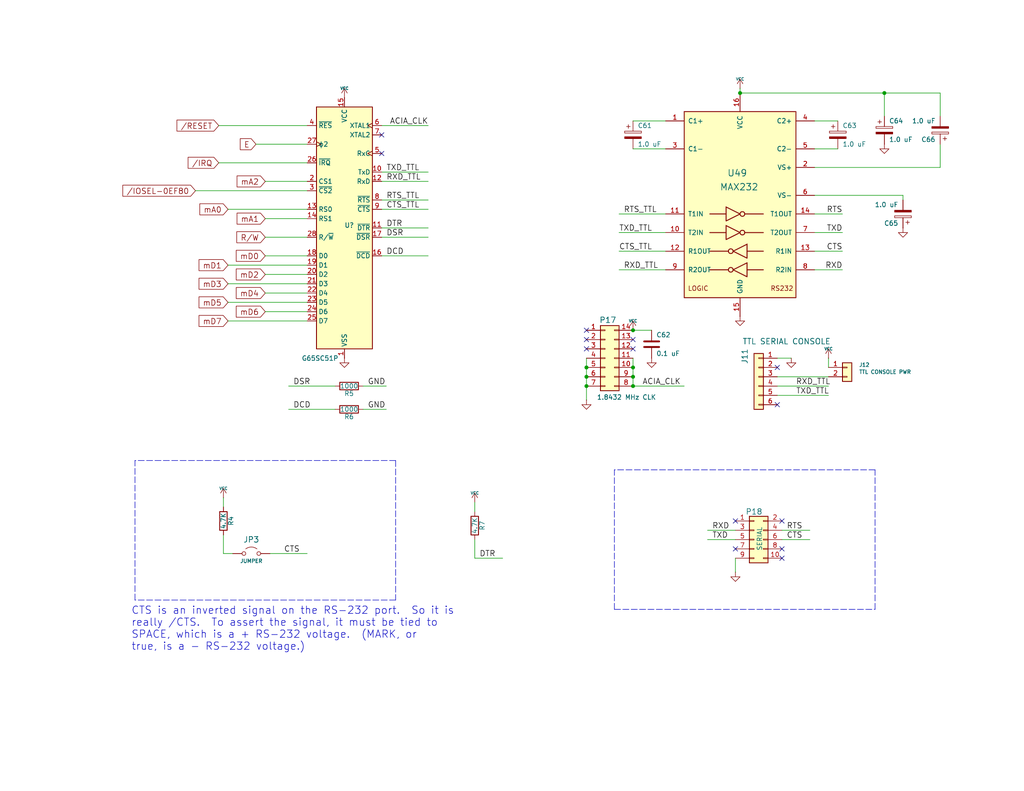
<source format=kicad_sch>
(kicad_sch
	(version 20231120)
	(generator "eeschema")
	(generator_version "8.0")
	(uuid "2aa704ac-945f-4dfd-b62e-8cebd5e869df")
	(paper "A")
	(title_block
		(title "6809PC")
		(date "2025-01-21")
		(rev "001")
		(comment 1 "https://github.com/danwerner21/6809PC")
		(comment 2 "Based on work by Andrew Lynch and John Coffman")
	)
	(lib_symbols
		(symbol "65xx-library:W65C51NxP"
			(exclude_from_sim no)
			(in_bom yes)
			(on_board yes)
			(property "Reference" "U"
				(at 2.54 38.1 0)
				(effects
					(font
						(size 1.27 1.27)
					)
					(justify left)
				)
			)
			(property "Value" "W65C51NxP"
				(at 2.54 35.56 0)
				(effects
					(font
						(size 1.27 1.27)
					)
					(justify left)
				)
			)
			(property "Footprint" "Package_DIP:DIP-28_W15.24mm"
				(at 0 48.26 0)
				(effects
					(font
						(size 1.27 1.27)
					)
					(hide yes)
				)
			)
			(property "Datasheet" "http://www.westerndesigncenter.com/wdc/documentation/w65c51n.pdf"
				(at 0 45.72 0)
				(effects
					(font
						(size 1.27 1.27)
					)
					(hide yes)
				)
			)
			(property "Description" "CMOS Asynchronous Communication Interface Adapter (ACIA), Serial UART, DIP-28"
				(at 0 0 0)
				(effects
					(font
						(size 1.27 1.27)
					)
					(hide yes)
				)
			)
			(property "ki_keywords" "6551 65C51 ACIA UART"
				(at 0 0 0)
				(effects
					(font
						(size 1.27 1.27)
					)
					(hide yes)
				)
			)
			(property "ki_fp_filters" "DIP*W15.24mm*"
				(at 0 0 0)
				(effects
					(font
						(size 1.27 1.27)
					)
					(hide yes)
				)
			)
			(symbol "W65C51NxP_0_1"
				(rectangle
					(start -7.62 33.02)
					(end 7.62 -33.02)
					(stroke
						(width 0.254)
						(type default)
					)
					(fill
						(type background)
					)
				)
			)
			(symbol "W65C51NxP_1_1"
				(pin power_in line
					(at 0 -35.56 90)
					(length 2.54)
					(name "VSS"
						(effects
							(font
								(size 1.27 1.27)
							)
						)
					)
					(number "1"
						(effects
							(font
								(size 1.27 1.27)
							)
						)
					)
				)
				(pin output line
					(at 10.16 15.24 180)
					(length 2.54)
					(name "TxD"
						(effects
							(font
								(size 1.27 1.27)
							)
						)
					)
					(number "10"
						(effects
							(font
								(size 1.27 1.27)
							)
						)
					)
				)
				(pin output line
					(at 10.16 0 180)
					(length 2.54)
					(name "~{DTR}"
						(effects
							(font
								(size 1.27 1.27)
							)
						)
					)
					(number "11"
						(effects
							(font
								(size 1.27 1.27)
							)
						)
					)
				)
				(pin input line
					(at 10.16 12.7 180)
					(length 2.54)
					(name "RxD"
						(effects
							(font
								(size 1.27 1.27)
							)
						)
					)
					(number "12"
						(effects
							(font
								(size 1.27 1.27)
							)
						)
					)
				)
				(pin input line
					(at -10.16 5.08 0)
					(length 2.54)
					(name "RS0"
						(effects
							(font
								(size 1.27 1.27)
							)
						)
					)
					(number "13"
						(effects
							(font
								(size 1.27 1.27)
							)
						)
					)
				)
				(pin input line
					(at -10.16 2.54 0)
					(length 2.54)
					(name "RS1"
						(effects
							(font
								(size 1.27 1.27)
							)
						)
					)
					(number "14"
						(effects
							(font
								(size 1.27 1.27)
							)
						)
					)
				)
				(pin power_in line
					(at 0 35.56 270)
					(length 2.54)
					(name "VCC"
						(effects
							(font
								(size 1.27 1.27)
							)
						)
					)
					(number "15"
						(effects
							(font
								(size 1.27 1.27)
							)
						)
					)
				)
				(pin input line
					(at 10.16 -7.62 180)
					(length 2.54)
					(name "~{DCD}"
						(effects
							(font
								(size 1.27 1.27)
							)
						)
					)
					(number "16"
						(effects
							(font
								(size 1.27 1.27)
							)
						)
					)
				)
				(pin input line
					(at 10.16 -2.54 180)
					(length 2.54)
					(name "~{DSR}"
						(effects
							(font
								(size 1.27 1.27)
							)
						)
					)
					(number "17"
						(effects
							(font
								(size 1.27 1.27)
							)
						)
					)
				)
				(pin bidirectional line
					(at -10.16 -7.62 0)
					(length 2.54)
					(name "D0"
						(effects
							(font
								(size 1.27 1.27)
							)
						)
					)
					(number "18"
						(effects
							(font
								(size 1.27 1.27)
							)
						)
					)
				)
				(pin bidirectional line
					(at -10.16 -10.16 0)
					(length 2.54)
					(name "D1"
						(effects
							(font
								(size 1.27 1.27)
							)
						)
					)
					(number "19"
						(effects
							(font
								(size 1.27 1.27)
							)
						)
					)
				)
				(pin input line
					(at -10.16 12.7 0)
					(length 2.54)
					(name "CS1"
						(effects
							(font
								(size 1.27 1.27)
							)
						)
					)
					(number "2"
						(effects
							(font
								(size 1.27 1.27)
							)
						)
					)
				)
				(pin bidirectional line
					(at -10.16 -12.7 0)
					(length 2.54)
					(name "D2"
						(effects
							(font
								(size 1.27 1.27)
							)
						)
					)
					(number "20"
						(effects
							(font
								(size 1.27 1.27)
							)
						)
					)
				)
				(pin bidirectional line
					(at -10.16 -15.24 0)
					(length 2.54)
					(name "D3"
						(effects
							(font
								(size 1.27 1.27)
							)
						)
					)
					(number "21"
						(effects
							(font
								(size 1.27 1.27)
							)
						)
					)
				)
				(pin bidirectional line
					(at -10.16 -17.78 0)
					(length 2.54)
					(name "D4"
						(effects
							(font
								(size 1.27 1.27)
							)
						)
					)
					(number "22"
						(effects
							(font
								(size 1.27 1.27)
							)
						)
					)
				)
				(pin bidirectional line
					(at -10.16 -20.32 0)
					(length 2.54)
					(name "D5"
						(effects
							(font
								(size 1.27 1.27)
							)
						)
					)
					(number "23"
						(effects
							(font
								(size 1.27 1.27)
							)
						)
					)
				)
				(pin bidirectional line
					(at -10.16 -22.86 0)
					(length 2.54)
					(name "D6"
						(effects
							(font
								(size 1.27 1.27)
							)
						)
					)
					(number "24"
						(effects
							(font
								(size 1.27 1.27)
							)
						)
					)
				)
				(pin bidirectional line
					(at -10.16 -25.4 0)
					(length 2.54)
					(name "D7"
						(effects
							(font
								(size 1.27 1.27)
							)
						)
					)
					(number "25"
						(effects
							(font
								(size 1.27 1.27)
							)
						)
					)
				)
				(pin open_collector line
					(at -10.16 17.78 0)
					(length 2.54)
					(name "~{IRQ}"
						(effects
							(font
								(size 1.27 1.27)
							)
						)
					)
					(number "26"
						(effects
							(font
								(size 1.27 1.27)
							)
						)
					)
				)
				(pin input clock
					(at -10.16 22.86 0)
					(length 2.54)
					(name "ϕ2"
						(effects
							(font
								(size 1.27 1.27)
							)
						)
					)
					(number "27"
						(effects
							(font
								(size 1.27 1.27)
							)
						)
					)
				)
				(pin input line
					(at -10.16 -2.54 0)
					(length 2.54)
					(name "R/~{W}"
						(effects
							(font
								(size 1.27 1.27)
							)
						)
					)
					(number "28"
						(effects
							(font
								(size 1.27 1.27)
							)
						)
					)
				)
				(pin input line
					(at -10.16 10.16 0)
					(length 2.54)
					(name "~{CS2}"
						(effects
							(font
								(size 1.27 1.27)
							)
						)
					)
					(number "3"
						(effects
							(font
								(size 1.27 1.27)
							)
						)
					)
				)
				(pin input line
					(at -10.16 27.94 0)
					(length 2.54)
					(name "~{RES}"
						(effects
							(font
								(size 1.27 1.27)
							)
						)
					)
					(number "4"
						(effects
							(font
								(size 1.27 1.27)
							)
						)
					)
				)
				(pin bidirectional clock
					(at 10.16 20.32 180)
					(length 2.54)
					(name "RxC"
						(effects
							(font
								(size 1.27 1.27)
							)
						)
					)
					(number "5"
						(effects
							(font
								(size 1.27 1.27)
							)
						)
					)
				)
				(pin input clock
					(at 10.16 27.94 180)
					(length 2.54)
					(name "XTAL1"
						(effects
							(font
								(size 1.27 1.27)
							)
						)
					)
					(number "6"
						(effects
							(font
								(size 1.27 1.27)
							)
						)
					)
				)
				(pin output line
					(at 10.16 25.4 180)
					(length 2.54)
					(name "XTAL2"
						(effects
							(font
								(size 1.27 1.27)
							)
						)
					)
					(number "7"
						(effects
							(font
								(size 1.27 1.27)
							)
						)
					)
				)
				(pin output line
					(at 10.16 7.62 180)
					(length 2.54)
					(name "~{RTS}"
						(effects
							(font
								(size 1.27 1.27)
							)
						)
					)
					(number "8"
						(effects
							(font
								(size 1.27 1.27)
							)
						)
					)
				)
				(pin input line
					(at 10.16 5.08 180)
					(length 2.54)
					(name "~{CTS}"
						(effects
							(font
								(size 1.27 1.27)
							)
						)
					)
					(number "9"
						(effects
							(font
								(size 1.27 1.27)
							)
						)
					)
				)
			)
		)
		(symbol "Connector_Generic:Conn_01x02"
			(pin_names
				(offset 1.016) hide)
			(exclude_from_sim no)
			(in_bom yes)
			(on_board yes)
			(property "Reference" "J"
				(at 0 2.54 0)
				(effects
					(font
						(size 1.27 1.27)
					)
				)
			)
			(property "Value" "Conn_01x02"
				(at 0 -5.08 0)
				(effects
					(font
						(size 1.27 1.27)
					)
				)
			)
			(property "Footprint" ""
				(at 0 0 0)
				(effects
					(font
						(size 1.27 1.27)
					)
					(hide yes)
				)
			)
			(property "Datasheet" "~"
				(at 0 0 0)
				(effects
					(font
						(size 1.27 1.27)
					)
					(hide yes)
				)
			)
			(property "Description" "Generic connector, single row, 01x02, script generated (kicad-library-utils/schlib/autogen/connector/)"
				(at 0 0 0)
				(effects
					(font
						(size 1.27 1.27)
					)
					(hide yes)
				)
			)
			(property "ki_keywords" "connector"
				(at 0 0 0)
				(effects
					(font
						(size 1.27 1.27)
					)
					(hide yes)
				)
			)
			(property "ki_fp_filters" "Connector*:*_1x??_*"
				(at 0 0 0)
				(effects
					(font
						(size 1.27 1.27)
					)
					(hide yes)
				)
			)
			(symbol "Conn_01x02_1_1"
				(rectangle
					(start -1.27 -2.413)
					(end 0 -2.667)
					(stroke
						(width 0.1524)
						(type default)
					)
					(fill
						(type none)
					)
				)
				(rectangle
					(start -1.27 0.127)
					(end 0 -0.127)
					(stroke
						(width 0.1524)
						(type default)
					)
					(fill
						(type none)
					)
				)
				(rectangle
					(start -1.27 1.27)
					(end 1.27 -3.81)
					(stroke
						(width 0.254)
						(type default)
					)
					(fill
						(type background)
					)
				)
				(pin passive line
					(at -5.08 0 0)
					(length 3.81)
					(name "Pin_1"
						(effects
							(font
								(size 1.27 1.27)
							)
						)
					)
					(number "1"
						(effects
							(font
								(size 1.27 1.27)
							)
						)
					)
				)
				(pin passive line
					(at -5.08 -2.54 0)
					(length 3.81)
					(name "Pin_2"
						(effects
							(font
								(size 1.27 1.27)
							)
						)
					)
					(number "2"
						(effects
							(font
								(size 1.27 1.27)
							)
						)
					)
				)
			)
		)
		(symbol "Connector_Generic:Conn_01x06"
			(pin_names
				(offset 1.016) hide)
			(exclude_from_sim no)
			(in_bom yes)
			(on_board yes)
			(property "Reference" "J"
				(at 0 7.62 0)
				(effects
					(font
						(size 1.27 1.27)
					)
				)
			)
			(property "Value" "Conn_01x06"
				(at 0 -10.16 0)
				(effects
					(font
						(size 1.27 1.27)
					)
				)
			)
			(property "Footprint" ""
				(at 0 0 0)
				(effects
					(font
						(size 1.27 1.27)
					)
					(hide yes)
				)
			)
			(property "Datasheet" "~"
				(at 0 0 0)
				(effects
					(font
						(size 1.27 1.27)
					)
					(hide yes)
				)
			)
			(property "Description" "Generic connector, single row, 01x06, script generated (kicad-library-utils/schlib/autogen/connector/)"
				(at 0 0 0)
				(effects
					(font
						(size 1.27 1.27)
					)
					(hide yes)
				)
			)
			(property "ki_keywords" "connector"
				(at 0 0 0)
				(effects
					(font
						(size 1.27 1.27)
					)
					(hide yes)
				)
			)
			(property "ki_fp_filters" "Connector*:*_1x??_*"
				(at 0 0 0)
				(effects
					(font
						(size 1.27 1.27)
					)
					(hide yes)
				)
			)
			(symbol "Conn_01x06_1_1"
				(rectangle
					(start -1.27 -7.493)
					(end 0 -7.747)
					(stroke
						(width 0.1524)
						(type default)
					)
					(fill
						(type none)
					)
				)
				(rectangle
					(start -1.27 -4.953)
					(end 0 -5.207)
					(stroke
						(width 0.1524)
						(type default)
					)
					(fill
						(type none)
					)
				)
				(rectangle
					(start -1.27 -2.413)
					(end 0 -2.667)
					(stroke
						(width 0.1524)
						(type default)
					)
					(fill
						(type none)
					)
				)
				(rectangle
					(start -1.27 0.127)
					(end 0 -0.127)
					(stroke
						(width 0.1524)
						(type default)
					)
					(fill
						(type none)
					)
				)
				(rectangle
					(start -1.27 2.667)
					(end 0 2.413)
					(stroke
						(width 0.1524)
						(type default)
					)
					(fill
						(type none)
					)
				)
				(rectangle
					(start -1.27 5.207)
					(end 0 4.953)
					(stroke
						(width 0.1524)
						(type default)
					)
					(fill
						(type none)
					)
				)
				(rectangle
					(start -1.27 6.35)
					(end 1.27 -8.89)
					(stroke
						(width 0.254)
						(type default)
					)
					(fill
						(type background)
					)
				)
				(pin passive line
					(at -5.08 5.08 0)
					(length 3.81)
					(name "Pin_1"
						(effects
							(font
								(size 1.27 1.27)
							)
						)
					)
					(number "1"
						(effects
							(font
								(size 1.27 1.27)
							)
						)
					)
				)
				(pin passive line
					(at -5.08 2.54 0)
					(length 3.81)
					(name "Pin_2"
						(effects
							(font
								(size 1.27 1.27)
							)
						)
					)
					(number "2"
						(effects
							(font
								(size 1.27 1.27)
							)
						)
					)
				)
				(pin passive line
					(at -5.08 0 0)
					(length 3.81)
					(name "Pin_3"
						(effects
							(font
								(size 1.27 1.27)
							)
						)
					)
					(number "3"
						(effects
							(font
								(size 1.27 1.27)
							)
						)
					)
				)
				(pin passive line
					(at -5.08 -2.54 0)
					(length 3.81)
					(name "Pin_4"
						(effects
							(font
								(size 1.27 1.27)
							)
						)
					)
					(number "4"
						(effects
							(font
								(size 1.27 1.27)
							)
						)
					)
				)
				(pin passive line
					(at -5.08 -5.08 0)
					(length 3.81)
					(name "Pin_5"
						(effects
							(font
								(size 1.27 1.27)
							)
						)
					)
					(number "5"
						(effects
							(font
								(size 1.27 1.27)
							)
						)
					)
				)
				(pin passive line
					(at -5.08 -7.62 0)
					(length 3.81)
					(name "Pin_6"
						(effects
							(font
								(size 1.27 1.27)
							)
						)
					)
					(number "6"
						(effects
							(font
								(size 1.27 1.27)
							)
						)
					)
				)
			)
		)
		(symbol "Connector_Generic:Conn_02x05_Odd_Even"
			(pin_names
				(offset 1.016) hide)
			(exclude_from_sim no)
			(in_bom yes)
			(on_board yes)
			(property "Reference" "J"
				(at 1.27 7.62 0)
				(effects
					(font
						(size 1.27 1.27)
					)
				)
			)
			(property "Value" "Conn_02x05_Odd_Even"
				(at 1.27 -7.62 0)
				(effects
					(font
						(size 1.27 1.27)
					)
				)
			)
			(property "Footprint" ""
				(at 0 0 0)
				(effects
					(font
						(size 1.27 1.27)
					)
					(hide yes)
				)
			)
			(property "Datasheet" "~"
				(at 0 0 0)
				(effects
					(font
						(size 1.27 1.27)
					)
					(hide yes)
				)
			)
			(property "Description" "Generic connector, double row, 02x05, odd/even pin numbering scheme (row 1 odd numbers, row 2 even numbers), script generated (kicad-library-utils/schlib/autogen/connector/)"
				(at 0 0 0)
				(effects
					(font
						(size 1.27 1.27)
					)
					(hide yes)
				)
			)
			(property "ki_keywords" "connector"
				(at 0 0 0)
				(effects
					(font
						(size 1.27 1.27)
					)
					(hide yes)
				)
			)
			(property "ki_fp_filters" "Connector*:*_2x??_*"
				(at 0 0 0)
				(effects
					(font
						(size 1.27 1.27)
					)
					(hide yes)
				)
			)
			(symbol "Conn_02x05_Odd_Even_1_1"
				(rectangle
					(start -1.27 -4.953)
					(end 0 -5.207)
					(stroke
						(width 0.1524)
						(type default)
					)
					(fill
						(type none)
					)
				)
				(rectangle
					(start -1.27 -2.413)
					(end 0 -2.667)
					(stroke
						(width 0.1524)
						(type default)
					)
					(fill
						(type none)
					)
				)
				(rectangle
					(start -1.27 0.127)
					(end 0 -0.127)
					(stroke
						(width 0.1524)
						(type default)
					)
					(fill
						(type none)
					)
				)
				(rectangle
					(start -1.27 2.667)
					(end 0 2.413)
					(stroke
						(width 0.1524)
						(type default)
					)
					(fill
						(type none)
					)
				)
				(rectangle
					(start -1.27 5.207)
					(end 0 4.953)
					(stroke
						(width 0.1524)
						(type default)
					)
					(fill
						(type none)
					)
				)
				(rectangle
					(start -1.27 6.35)
					(end 3.81 -6.35)
					(stroke
						(width 0.254)
						(type default)
					)
					(fill
						(type background)
					)
				)
				(rectangle
					(start 3.81 -4.953)
					(end 2.54 -5.207)
					(stroke
						(width 0.1524)
						(type default)
					)
					(fill
						(type none)
					)
				)
				(rectangle
					(start 3.81 -2.413)
					(end 2.54 -2.667)
					(stroke
						(width 0.1524)
						(type default)
					)
					(fill
						(type none)
					)
				)
				(rectangle
					(start 3.81 0.127)
					(end 2.54 -0.127)
					(stroke
						(width 0.1524)
						(type default)
					)
					(fill
						(type none)
					)
				)
				(rectangle
					(start 3.81 2.667)
					(end 2.54 2.413)
					(stroke
						(width 0.1524)
						(type default)
					)
					(fill
						(type none)
					)
				)
				(rectangle
					(start 3.81 5.207)
					(end 2.54 4.953)
					(stroke
						(width 0.1524)
						(type default)
					)
					(fill
						(type none)
					)
				)
				(pin passive line
					(at -5.08 5.08 0)
					(length 3.81)
					(name "Pin_1"
						(effects
							(font
								(size 1.27 1.27)
							)
						)
					)
					(number "1"
						(effects
							(font
								(size 1.27 1.27)
							)
						)
					)
				)
				(pin passive line
					(at 7.62 -5.08 180)
					(length 3.81)
					(name "Pin_10"
						(effects
							(font
								(size 1.27 1.27)
							)
						)
					)
					(number "10"
						(effects
							(font
								(size 1.27 1.27)
							)
						)
					)
				)
				(pin passive line
					(at 7.62 5.08 180)
					(length 3.81)
					(name "Pin_2"
						(effects
							(font
								(size 1.27 1.27)
							)
						)
					)
					(number "2"
						(effects
							(font
								(size 1.27 1.27)
							)
						)
					)
				)
				(pin passive line
					(at -5.08 2.54 0)
					(length 3.81)
					(name "Pin_3"
						(effects
							(font
								(size 1.27 1.27)
							)
						)
					)
					(number "3"
						(effects
							(font
								(size 1.27 1.27)
							)
						)
					)
				)
				(pin passive line
					(at 7.62 2.54 180)
					(length 3.81)
					(name "Pin_4"
						(effects
							(font
								(size 1.27 1.27)
							)
						)
					)
					(number "4"
						(effects
							(font
								(size 1.27 1.27)
							)
						)
					)
				)
				(pin passive line
					(at -5.08 0 0)
					(length 3.81)
					(name "Pin_5"
						(effects
							(font
								(size 1.27 1.27)
							)
						)
					)
					(number "5"
						(effects
							(font
								(size 1.27 1.27)
							)
						)
					)
				)
				(pin passive line
					(at 7.62 0 180)
					(length 3.81)
					(name "Pin_6"
						(effects
							(font
								(size 1.27 1.27)
							)
						)
					)
					(number "6"
						(effects
							(font
								(size 1.27 1.27)
							)
						)
					)
				)
				(pin passive line
					(at -5.08 -2.54 0)
					(length 3.81)
					(name "Pin_7"
						(effects
							(font
								(size 1.27 1.27)
							)
						)
					)
					(number "7"
						(effects
							(font
								(size 1.27 1.27)
							)
						)
					)
				)
				(pin passive line
					(at 7.62 -2.54 180)
					(length 3.81)
					(name "Pin_8"
						(effects
							(font
								(size 1.27 1.27)
							)
						)
					)
					(number "8"
						(effects
							(font
								(size 1.27 1.27)
							)
						)
					)
				)
				(pin passive line
					(at -5.08 -5.08 0)
					(length 3.81)
					(name "Pin_9"
						(effects
							(font
								(size 1.27 1.27)
							)
						)
					)
					(number "9"
						(effects
							(font
								(size 1.27 1.27)
							)
						)
					)
				)
			)
		)
		(symbol "Custom:CLK"
			(exclude_from_sim no)
			(in_bom yes)
			(on_board yes)
			(property "Reference" "U"
				(at 0 0 0)
				(effects
					(font
						(size 1.27 1.27)
					)
				)
			)
			(property "Value" ""
				(at 0 0 0)
				(effects
					(font
						(size 1.27 1.27)
					)
				)
			)
			(property "Footprint" ""
				(at 0 0 0)
				(effects
					(font
						(size 1.27 1.27)
					)
					(hide yes)
				)
			)
			(property "Datasheet" ""
				(at 0 0 0)
				(effects
					(font
						(size 1.27 1.27)
					)
					(hide yes)
				)
			)
			(property "Description" ""
				(at 0 0 0)
				(effects
					(font
						(size 1.27 1.27)
					)
					(hide yes)
				)
			)
			(symbol "CLK_1_1"
				(rectangle
					(start -2.54 -17.653)
					(end -1.27 -17.907)
					(stroke
						(width 0.1524)
						(type default)
					)
					(fill
						(type none)
					)
				)
				(rectangle
					(start -2.54 -15.113)
					(end -1.27 -15.367)
					(stroke
						(width 0.1524)
						(type default)
					)
					(fill
						(type none)
					)
				)
				(rectangle
					(start -2.54 -12.573)
					(end -1.27 -12.827)
					(stroke
						(width 0.1524)
						(type default)
					)
					(fill
						(type none)
					)
				)
				(rectangle
					(start -2.54 -10.033)
					(end -1.27 -10.287)
					(stroke
						(width 0.1524)
						(type default)
					)
					(fill
						(type none)
					)
				)
				(rectangle
					(start -2.54 -7.493)
					(end -1.27 -7.747)
					(stroke
						(width 0.1524)
						(type default)
					)
					(fill
						(type none)
					)
				)
				(rectangle
					(start -2.54 -4.953)
					(end -1.27 -5.207)
					(stroke
						(width 0.1524)
						(type default)
					)
					(fill
						(type none)
					)
				)
				(rectangle
					(start -2.54 -2.413)
					(end -1.27 -2.667)
					(stroke
						(width 0.1524)
						(type default)
					)
					(fill
						(type none)
					)
				)
				(rectangle
					(start -2.54 -1.27)
					(end 2.54 -19.05)
					(stroke
						(width 0.254)
						(type default)
					)
					(fill
						(type background)
					)
				)
				(rectangle
					(start 2.54 -17.653)
					(end 1.27 -17.907)
					(stroke
						(width 0.1524)
						(type default)
					)
					(fill
						(type none)
					)
				)
				(rectangle
					(start 2.54 -15.113)
					(end 1.27 -15.367)
					(stroke
						(width 0.1524)
						(type default)
					)
					(fill
						(type none)
					)
				)
				(rectangle
					(start 2.54 -12.573)
					(end 1.27 -12.827)
					(stroke
						(width 0.1524)
						(type default)
					)
					(fill
						(type none)
					)
				)
				(rectangle
					(start 2.54 -10.033)
					(end 1.27 -10.287)
					(stroke
						(width 0.1524)
						(type default)
					)
					(fill
						(type none)
					)
				)
				(rectangle
					(start 2.54 -7.493)
					(end 1.27 -7.747)
					(stroke
						(width 0.1524)
						(type default)
					)
					(fill
						(type none)
					)
				)
				(rectangle
					(start 2.54 -4.953)
					(end 1.27 -5.207)
					(stroke
						(width 0.1524)
						(type default)
					)
					(fill
						(type none)
					)
				)
				(rectangle
					(start 2.54 -2.413)
					(end 1.27 -2.667)
					(stroke
						(width 0.1524)
						(type default)
					)
					(fill
						(type none)
					)
				)
				(pin passive line
					(at -6.35 -2.54 0)
					(length 3.81)
					(name ""
						(effects
							(font
								(size 1.27 1.27)
							)
						)
					)
					(number "1"
						(effects
							(font
								(size 1.27 1.27)
							)
						)
					)
				)
				(pin passive line
					(at 6.35 -12.7 180)
					(length 3.81)
					(name ""
						(effects
							(font
								(size 1.27 1.27)
							)
						)
					)
					(number "10"
						(effects
							(font
								(size 1.27 1.27)
							)
						)
					)
				)
				(pin passive line
					(at 6.35 -10.16 180)
					(length 3.81)
					(name ""
						(effects
							(font
								(size 1.27 1.27)
							)
						)
					)
					(number "11"
						(effects
							(font
								(size 1.27 1.27)
							)
						)
					)
				)
				(pin passive line
					(at 6.35 -7.62 180)
					(length 3.81)
					(name ""
						(effects
							(font
								(size 1.27 1.27)
							)
						)
					)
					(number "12"
						(effects
							(font
								(size 1.27 1.27)
							)
						)
					)
				)
				(pin passive line
					(at 6.35 -5.08 180)
					(length 3.81)
					(name ""
						(effects
							(font
								(size 1.27 1.27)
							)
						)
					)
					(number "13"
						(effects
							(font
								(size 1.27 1.27)
							)
						)
					)
				)
				(pin passive line
					(at 6.35 -2.54 180)
					(length 3.81)
					(name ""
						(effects
							(font
								(size 1.27 1.27)
							)
						)
					)
					(number "14"
						(effects
							(font
								(size 1.27 1.27)
							)
						)
					)
				)
				(pin passive line
					(at -6.35 -5.08 0)
					(length 3.81)
					(name ""
						(effects
							(font
								(size 1.27 1.27)
							)
						)
					)
					(number "2"
						(effects
							(font
								(size 1.27 1.27)
							)
						)
					)
				)
				(pin passive line
					(at -6.35 -7.62 0)
					(length 3.81)
					(name ""
						(effects
							(font
								(size 1.27 1.27)
							)
						)
					)
					(number "3"
						(effects
							(font
								(size 1.27 1.27)
							)
						)
					)
				)
				(pin passive line
					(at -6.35 -10.16 0)
					(length 3.81)
					(name ""
						(effects
							(font
								(size 1.27 1.27)
							)
						)
					)
					(number "4"
						(effects
							(font
								(size 1.27 1.27)
							)
						)
					)
				)
				(pin passive line
					(at -6.35 -12.7 0)
					(length 3.81)
					(name ""
						(effects
							(font
								(size 1.27 1.27)
							)
						)
					)
					(number "5"
						(effects
							(font
								(size 1.27 1.27)
							)
						)
					)
				)
				(pin passive line
					(at -6.35 -15.24 0)
					(length 3.81)
					(name ""
						(effects
							(font
								(size 1.27 1.27)
							)
						)
					)
					(number "6"
						(effects
							(font
								(size 1.27 1.27)
							)
						)
					)
				)
				(pin passive line
					(at -6.35 -17.78 0)
					(length 3.81)
					(name ""
						(effects
							(font
								(size 1.27 1.27)
							)
						)
					)
					(number "7"
						(effects
							(font
								(size 1.27 1.27)
							)
						)
					)
				)
				(pin passive line
					(at 6.35 -17.78 180)
					(length 3.81)
					(name ""
						(effects
							(font
								(size 1.27 1.27)
							)
						)
					)
					(number "8"
						(effects
							(font
								(size 1.27 1.27)
							)
						)
					)
				)
				(pin passive line
					(at 6.35 -15.24 180)
					(length 3.81)
					(name ""
						(effects
							(font
								(size 1.27 1.27)
							)
						)
					)
					(number "9"
						(effects
							(font
								(size 1.27 1.27)
							)
						)
					)
				)
			)
		)
		(symbol "Device:C"
			(pin_numbers hide)
			(pin_names
				(offset 0.254)
			)
			(exclude_from_sim no)
			(in_bom yes)
			(on_board yes)
			(property "Reference" "C"
				(at 0.635 2.54 0)
				(effects
					(font
						(size 1.27 1.27)
					)
					(justify left)
				)
			)
			(property "Value" "C"
				(at 0.635 -2.54 0)
				(effects
					(font
						(size 1.27 1.27)
					)
					(justify left)
				)
			)
			(property "Footprint" ""
				(at 0.9652 -3.81 0)
				(effects
					(font
						(size 1.27 1.27)
					)
					(hide yes)
				)
			)
			(property "Datasheet" "~"
				(at 0 0 0)
				(effects
					(font
						(size 1.27 1.27)
					)
					(hide yes)
				)
			)
			(property "Description" "Unpolarized capacitor"
				(at 0 0 0)
				(effects
					(font
						(size 1.27 1.27)
					)
					(hide yes)
				)
			)
			(property "ki_keywords" "cap capacitor"
				(at 0 0 0)
				(effects
					(font
						(size 1.27 1.27)
					)
					(hide yes)
				)
			)
			(property "ki_fp_filters" "C_*"
				(at 0 0 0)
				(effects
					(font
						(size 1.27 1.27)
					)
					(hide yes)
				)
			)
			(symbol "C_0_1"
				(polyline
					(pts
						(xy -2.032 -0.762) (xy 2.032 -0.762)
					)
					(stroke
						(width 0.508)
						(type default)
					)
					(fill
						(type none)
					)
				)
				(polyline
					(pts
						(xy -2.032 0.762) (xy 2.032 0.762)
					)
					(stroke
						(width 0.508)
						(type default)
					)
					(fill
						(type none)
					)
				)
			)
			(symbol "C_1_1"
				(pin passive line
					(at 0 3.81 270)
					(length 2.794)
					(name "~"
						(effects
							(font
								(size 1.27 1.27)
							)
						)
					)
					(number "1"
						(effects
							(font
								(size 1.27 1.27)
							)
						)
					)
				)
				(pin passive line
					(at 0 -3.81 90)
					(length 2.794)
					(name "~"
						(effects
							(font
								(size 1.27 1.27)
							)
						)
					)
					(number "2"
						(effects
							(font
								(size 1.27 1.27)
							)
						)
					)
				)
			)
		)
		(symbol "Device:C_Polarized"
			(pin_numbers hide)
			(pin_names
				(offset 0.254)
			)
			(exclude_from_sim no)
			(in_bom yes)
			(on_board yes)
			(property "Reference" "C"
				(at 0.635 2.54 0)
				(effects
					(font
						(size 1.27 1.27)
					)
					(justify left)
				)
			)
			(property "Value" "C_Polarized"
				(at 0.635 -2.54 0)
				(effects
					(font
						(size 1.27 1.27)
					)
					(justify left)
				)
			)
			(property "Footprint" ""
				(at 0.9652 -3.81 0)
				(effects
					(font
						(size 1.27 1.27)
					)
					(hide yes)
				)
			)
			(property "Datasheet" "~"
				(at 0 0 0)
				(effects
					(font
						(size 1.27 1.27)
					)
					(hide yes)
				)
			)
			(property "Description" "Polarized capacitor"
				(at 0 0 0)
				(effects
					(font
						(size 1.27 1.27)
					)
					(hide yes)
				)
			)
			(property "ki_keywords" "cap capacitor"
				(at 0 0 0)
				(effects
					(font
						(size 1.27 1.27)
					)
					(hide yes)
				)
			)
			(property "ki_fp_filters" "CP_*"
				(at 0 0 0)
				(effects
					(font
						(size 1.27 1.27)
					)
					(hide yes)
				)
			)
			(symbol "C_Polarized_0_1"
				(rectangle
					(start -2.286 0.508)
					(end 2.286 1.016)
					(stroke
						(width 0)
						(type default)
					)
					(fill
						(type none)
					)
				)
				(polyline
					(pts
						(xy -1.778 2.286) (xy -0.762 2.286)
					)
					(stroke
						(width 0)
						(type default)
					)
					(fill
						(type none)
					)
				)
				(polyline
					(pts
						(xy -1.27 2.794) (xy -1.27 1.778)
					)
					(stroke
						(width 0)
						(type default)
					)
					(fill
						(type none)
					)
				)
				(rectangle
					(start 2.286 -0.508)
					(end -2.286 -1.016)
					(stroke
						(width 0)
						(type default)
					)
					(fill
						(type outline)
					)
				)
			)
			(symbol "C_Polarized_1_1"
				(pin passive line
					(at 0 3.81 270)
					(length 2.794)
					(name "~"
						(effects
							(font
								(size 1.27 1.27)
							)
						)
					)
					(number "1"
						(effects
							(font
								(size 1.27 1.27)
							)
						)
					)
				)
				(pin passive line
					(at 0 -3.81 90)
					(length 2.794)
					(name "~"
						(effects
							(font
								(size 1.27 1.27)
							)
						)
					)
					(number "2"
						(effects
							(font
								(size 1.27 1.27)
							)
						)
					)
				)
			)
		)
		(symbol "Device:R"
			(pin_numbers hide)
			(pin_names
				(offset 0)
			)
			(exclude_from_sim no)
			(in_bom yes)
			(on_board yes)
			(property "Reference" "R"
				(at 2.032 0 90)
				(effects
					(font
						(size 1.27 1.27)
					)
				)
			)
			(property "Value" "R"
				(at 0 0 90)
				(effects
					(font
						(size 1.27 1.27)
					)
				)
			)
			(property "Footprint" ""
				(at -1.778 0 90)
				(effects
					(font
						(size 1.27 1.27)
					)
					(hide yes)
				)
			)
			(property "Datasheet" "~"
				(at 0 0 0)
				(effects
					(font
						(size 1.27 1.27)
					)
					(hide yes)
				)
			)
			(property "Description" "Resistor"
				(at 0 0 0)
				(effects
					(font
						(size 1.27 1.27)
					)
					(hide yes)
				)
			)
			(property "ki_keywords" "R res resistor"
				(at 0 0 0)
				(effects
					(font
						(size 1.27 1.27)
					)
					(hide yes)
				)
			)
			(property "ki_fp_filters" "R_*"
				(at 0 0 0)
				(effects
					(font
						(size 1.27 1.27)
					)
					(hide yes)
				)
			)
			(symbol "R_0_1"
				(rectangle
					(start -1.016 -2.54)
					(end 1.016 2.54)
					(stroke
						(width 0.254)
						(type default)
					)
					(fill
						(type none)
					)
				)
			)
			(symbol "R_1_1"
				(pin passive line
					(at 0 3.81 270)
					(length 1.27)
					(name "~"
						(effects
							(font
								(size 1.27 1.27)
							)
						)
					)
					(number "1"
						(effects
							(font
								(size 1.27 1.27)
							)
						)
					)
				)
				(pin passive line
					(at 0 -3.81 90)
					(length 1.27)
					(name "~"
						(effects
							(font
								(size 1.27 1.27)
							)
						)
					)
					(number "2"
						(effects
							(font
								(size 1.27 1.27)
							)
						)
					)
				)
			)
		)
		(symbol "Interface_UART:MAX232"
			(pin_names
				(offset 1.016)
			)
			(exclude_from_sim no)
			(in_bom yes)
			(on_board yes)
			(property "Reference" "U"
				(at -2.54 28.575 0)
				(effects
					(font
						(size 1.27 1.27)
					)
					(justify right)
				)
			)
			(property "Value" "MAX232"
				(at -2.54 26.67 0)
				(effects
					(font
						(size 1.27 1.27)
					)
					(justify right)
				)
			)
			(property "Footprint" ""
				(at 1.27 -26.67 0)
				(effects
					(font
						(size 1.27 1.27)
					)
					(justify left)
					(hide yes)
				)
			)
			(property "Datasheet" "http://www.ti.com/lit/ds/symlink/max232.pdf"
				(at 0 2.54 0)
				(effects
					(font
						(size 1.27 1.27)
					)
					(hide yes)
				)
			)
			(property "Description" "Dual RS232 driver/receiver, 5V supply, 120kb/s, 0C-70C"
				(at 0 0 0)
				(effects
					(font
						(size 1.27 1.27)
					)
					(hide yes)
				)
			)
			(property "ki_keywords" "rs232 uart transceiver line-driver"
				(at 0 0 0)
				(effects
					(font
						(size 1.27 1.27)
					)
					(hide yes)
				)
			)
			(property "ki_fp_filters" "SOIC*P1.27mm* DIP*W7.62mm* TSSOP*4.4x5mm*P0.65mm*"
				(at 0 0 0)
				(effects
					(font
						(size 1.27 1.27)
					)
					(hide yes)
				)
			)
			(symbol "MAX232_0_0"
				(text "LOGIC"
					(at -11.43 -22.86 0)
					(effects
						(font
							(size 1.27 1.27)
						)
					)
				)
				(text "RS232"
					(at 11.43 -22.86 0)
					(effects
						(font
							(size 1.27 1.27)
						)
					)
				)
			)
			(symbol "MAX232_0_1"
				(rectangle
					(start -15.24 -25.4)
					(end 15.24 25.4)
					(stroke
						(width 0.254)
						(type default)
					)
					(fill
						(type background)
					)
				)
				(circle
					(center -2.54 -17.78)
					(radius 0.635)
					(stroke
						(width 0.254)
						(type default)
					)
					(fill
						(type none)
					)
				)
				(circle
					(center -2.54 -12.7)
					(radius 0.635)
					(stroke
						(width 0.254)
						(type default)
					)
					(fill
						(type none)
					)
				)
				(polyline
					(pts
						(xy -3.81 -7.62) (xy -8.255 -7.62)
					)
					(stroke
						(width 0.254)
						(type default)
					)
					(fill
						(type none)
					)
				)
				(polyline
					(pts
						(xy -3.81 -2.54) (xy -8.255 -2.54)
					)
					(stroke
						(width 0.254)
						(type default)
					)
					(fill
						(type none)
					)
				)
				(polyline
					(pts
						(xy -3.175 -17.78) (xy -8.255 -17.78)
					)
					(stroke
						(width 0.254)
						(type default)
					)
					(fill
						(type none)
					)
				)
				(polyline
					(pts
						(xy -3.175 -12.7) (xy -8.255 -12.7)
					)
					(stroke
						(width 0.254)
						(type default)
					)
					(fill
						(type none)
					)
				)
				(polyline
					(pts
						(xy 1.27 -7.62) (xy 6.35 -7.62)
					)
					(stroke
						(width 0.254)
						(type default)
					)
					(fill
						(type none)
					)
				)
				(polyline
					(pts
						(xy 1.27 -2.54) (xy 6.35 -2.54)
					)
					(stroke
						(width 0.254)
						(type default)
					)
					(fill
						(type none)
					)
				)
				(polyline
					(pts
						(xy 1.905 -17.78) (xy 6.35 -17.78)
					)
					(stroke
						(width 0.254)
						(type default)
					)
					(fill
						(type none)
					)
				)
				(polyline
					(pts
						(xy 1.905 -12.7) (xy 6.35 -12.7)
					)
					(stroke
						(width 0.254)
						(type default)
					)
					(fill
						(type none)
					)
				)
				(polyline
					(pts
						(xy -3.81 -5.715) (xy -3.81 -9.525) (xy 0 -7.62) (xy -3.81 -5.715)
					)
					(stroke
						(width 0.254)
						(type default)
					)
					(fill
						(type none)
					)
				)
				(polyline
					(pts
						(xy -3.81 -0.635) (xy -3.81 -4.445) (xy 0 -2.54) (xy -3.81 -0.635)
					)
					(stroke
						(width 0.254)
						(type default)
					)
					(fill
						(type none)
					)
				)
				(polyline
					(pts
						(xy 1.905 -15.875) (xy 1.905 -19.685) (xy -1.905 -17.78) (xy 1.905 -15.875)
					)
					(stroke
						(width 0.254)
						(type default)
					)
					(fill
						(type none)
					)
				)
				(polyline
					(pts
						(xy 1.905 -10.795) (xy 1.905 -14.605) (xy -1.905 -12.7) (xy 1.905 -10.795)
					)
					(stroke
						(width 0.254)
						(type default)
					)
					(fill
						(type none)
					)
				)
				(circle
					(center 0.635 -7.62)
					(radius 0.635)
					(stroke
						(width 0.254)
						(type default)
					)
					(fill
						(type none)
					)
				)
				(circle
					(center 0.635 -2.54)
					(radius 0.635)
					(stroke
						(width 0.254)
						(type default)
					)
					(fill
						(type none)
					)
				)
			)
			(symbol "MAX232_1_1"
				(pin passive line
					(at -20.32 22.86 0)
					(length 5.08)
					(name "C1+"
						(effects
							(font
								(size 1.27 1.27)
							)
						)
					)
					(number "1"
						(effects
							(font
								(size 1.27 1.27)
							)
						)
					)
				)
				(pin input line
					(at -20.32 -7.62 0)
					(length 5.08)
					(name "T2IN"
						(effects
							(font
								(size 1.27 1.27)
							)
						)
					)
					(number "10"
						(effects
							(font
								(size 1.27 1.27)
							)
						)
					)
				)
				(pin input line
					(at -20.32 -2.54 0)
					(length 5.08)
					(name "T1IN"
						(effects
							(font
								(size 1.27 1.27)
							)
						)
					)
					(number "11"
						(effects
							(font
								(size 1.27 1.27)
							)
						)
					)
				)
				(pin output line
					(at -20.32 -12.7 0)
					(length 5.08)
					(name "R1OUT"
						(effects
							(font
								(size 1.27 1.27)
							)
						)
					)
					(number "12"
						(effects
							(font
								(size 1.27 1.27)
							)
						)
					)
				)
				(pin input line
					(at 20.32 -12.7 180)
					(length 5.08)
					(name "R1IN"
						(effects
							(font
								(size 1.27 1.27)
							)
						)
					)
					(number "13"
						(effects
							(font
								(size 1.27 1.27)
							)
						)
					)
				)
				(pin output line
					(at 20.32 -2.54 180)
					(length 5.08)
					(name "T1OUT"
						(effects
							(font
								(size 1.27 1.27)
							)
						)
					)
					(number "14"
						(effects
							(font
								(size 1.27 1.27)
							)
						)
					)
				)
				(pin power_in line
					(at 0 -30.48 90)
					(length 5.08)
					(name "GND"
						(effects
							(font
								(size 1.27 1.27)
							)
						)
					)
					(number "15"
						(effects
							(font
								(size 1.27 1.27)
							)
						)
					)
				)
				(pin power_in line
					(at 0 30.48 270)
					(length 5.08)
					(name "VCC"
						(effects
							(font
								(size 1.27 1.27)
							)
						)
					)
					(number "16"
						(effects
							(font
								(size 1.27 1.27)
							)
						)
					)
				)
				(pin power_out line
					(at 20.32 10.16 180)
					(length 5.08)
					(name "VS+"
						(effects
							(font
								(size 1.27 1.27)
							)
						)
					)
					(number "2"
						(effects
							(font
								(size 1.27 1.27)
							)
						)
					)
				)
				(pin passive line
					(at -20.32 15.24 0)
					(length 5.08)
					(name "C1-"
						(effects
							(font
								(size 1.27 1.27)
							)
						)
					)
					(number "3"
						(effects
							(font
								(size 1.27 1.27)
							)
						)
					)
				)
				(pin passive line
					(at 20.32 22.86 180)
					(length 5.08)
					(name "C2+"
						(effects
							(font
								(size 1.27 1.27)
							)
						)
					)
					(number "4"
						(effects
							(font
								(size 1.27 1.27)
							)
						)
					)
				)
				(pin passive line
					(at 20.32 15.24 180)
					(length 5.08)
					(name "C2-"
						(effects
							(font
								(size 1.27 1.27)
							)
						)
					)
					(number "5"
						(effects
							(font
								(size 1.27 1.27)
							)
						)
					)
				)
				(pin power_out line
					(at 20.32 2.54 180)
					(length 5.08)
					(name "VS-"
						(effects
							(font
								(size 1.27 1.27)
							)
						)
					)
					(number "6"
						(effects
							(font
								(size 1.27 1.27)
							)
						)
					)
				)
				(pin output line
					(at 20.32 -7.62 180)
					(length 5.08)
					(name "T2OUT"
						(effects
							(font
								(size 1.27 1.27)
							)
						)
					)
					(number "7"
						(effects
							(font
								(size 1.27 1.27)
							)
						)
					)
				)
				(pin input line
					(at 20.32 -17.78 180)
					(length 5.08)
					(name "R2IN"
						(effects
							(font
								(size 1.27 1.27)
							)
						)
					)
					(number "8"
						(effects
							(font
								(size 1.27 1.27)
							)
						)
					)
				)
				(pin output line
					(at -20.32 -17.78 0)
					(length 5.08)
					(name "R2OUT"
						(effects
							(font
								(size 1.27 1.27)
							)
						)
					)
					(number "9"
						(effects
							(font
								(size 1.27 1.27)
							)
						)
					)
				)
			)
		)
		(symbol "Jumper:Jumper_2_Open"
			(pin_numbers hide)
			(pin_names
				(offset 0) hide)
			(exclude_from_sim yes)
			(in_bom yes)
			(on_board yes)
			(property "Reference" "JP"
				(at 0 2.794 0)
				(effects
					(font
						(size 1.27 1.27)
					)
				)
			)
			(property "Value" "Jumper_2_Open"
				(at 0 -2.286 0)
				(effects
					(font
						(size 1.27 1.27)
					)
				)
			)
			(property "Footprint" ""
				(at 0 0 0)
				(effects
					(font
						(size 1.27 1.27)
					)
					(hide yes)
				)
			)
			(property "Datasheet" "~"
				(at 0 0 0)
				(effects
					(font
						(size 1.27 1.27)
					)
					(hide yes)
				)
			)
			(property "Description" "Jumper, 2-pole, open"
				(at 0 0 0)
				(effects
					(font
						(size 1.27 1.27)
					)
					(hide yes)
				)
			)
			(property "ki_keywords" "Jumper SPST"
				(at 0 0 0)
				(effects
					(font
						(size 1.27 1.27)
					)
					(hide yes)
				)
			)
			(property "ki_fp_filters" "Jumper* TestPoint*2Pads* TestPoint*Bridge*"
				(at 0 0 0)
				(effects
					(font
						(size 1.27 1.27)
					)
					(hide yes)
				)
			)
			(symbol "Jumper_2_Open_0_0"
				(circle
					(center -2.032 0)
					(radius 0.508)
					(stroke
						(width 0)
						(type default)
					)
					(fill
						(type none)
					)
				)
				(circle
					(center 2.032 0)
					(radius 0.508)
					(stroke
						(width 0)
						(type default)
					)
					(fill
						(type none)
					)
				)
			)
			(symbol "Jumper_2_Open_0_1"
				(arc
					(start 1.524 1.27)
					(mid 0 1.778)
					(end -1.524 1.27)
					(stroke
						(width 0)
						(type default)
					)
					(fill
						(type none)
					)
				)
			)
			(symbol "Jumper_2_Open_1_1"
				(pin passive line
					(at -5.08 0 0)
					(length 2.54)
					(name "A"
						(effects
							(font
								(size 1.27 1.27)
							)
						)
					)
					(number "1"
						(effects
							(font
								(size 1.27 1.27)
							)
						)
					)
				)
				(pin passive line
					(at 5.08 0 180)
					(length 2.54)
					(name "B"
						(effects
							(font
								(size 1.27 1.27)
							)
						)
					)
					(number "2"
						(effects
							(font
								(size 1.27 1.27)
							)
						)
					)
				)
			)
		)
		(symbol "power:GND"
			(power)
			(pin_numbers hide)
			(pin_names
				(offset 0) hide)
			(exclude_from_sim no)
			(in_bom yes)
			(on_board yes)
			(property "Reference" "#PWR"
				(at 0 -6.35 0)
				(effects
					(font
						(size 1.27 1.27)
					)
					(hide yes)
				)
			)
			(property "Value" "GND"
				(at 0 -3.81 0)
				(effects
					(font
						(size 1.27 1.27)
					)
				)
			)
			(property "Footprint" ""
				(at 0 0 0)
				(effects
					(font
						(size 1.27 1.27)
					)
					(hide yes)
				)
			)
			(property "Datasheet" ""
				(at 0 0 0)
				(effects
					(font
						(size 1.27 1.27)
					)
					(hide yes)
				)
			)
			(property "Description" "Power symbol creates a global label with name \"GND\" , ground"
				(at 0 0 0)
				(effects
					(font
						(size 1.27 1.27)
					)
					(hide yes)
				)
			)
			(property "ki_keywords" "global power"
				(at 0 0 0)
				(effects
					(font
						(size 1.27 1.27)
					)
					(hide yes)
				)
			)
			(symbol "GND_0_1"
				(polyline
					(pts
						(xy 0 0) (xy 0 -1.27) (xy 1.27 -1.27) (xy 0 -2.54) (xy -1.27 -1.27) (xy 0 -1.27)
					)
					(stroke
						(width 0)
						(type default)
					)
					(fill
						(type none)
					)
				)
			)
			(symbol "GND_1_1"
				(pin power_in line
					(at 0 0 270)
					(length 0)
					(name "~"
						(effects
							(font
								(size 1.27 1.27)
							)
						)
					)
					(number "1"
						(effects
							(font
								(size 1.27 1.27)
							)
						)
					)
				)
			)
		)
		(symbol "power:VCC"
			(power)
			(pin_numbers hide)
			(pin_names
				(offset 0) hide)
			(exclude_from_sim no)
			(in_bom yes)
			(on_board yes)
			(property "Reference" "#PWR"
				(at 0 -3.81 0)
				(effects
					(font
						(size 1.27 1.27)
					)
					(hide yes)
				)
			)
			(property "Value" "VCC"
				(at 0 3.556 0)
				(effects
					(font
						(size 1.27 1.27)
					)
				)
			)
			(property "Footprint" ""
				(at 0 0 0)
				(effects
					(font
						(size 1.27 1.27)
					)
					(hide yes)
				)
			)
			(property "Datasheet" ""
				(at 0 0 0)
				(effects
					(font
						(size 1.27 1.27)
					)
					(hide yes)
				)
			)
			(property "Description" "Power symbol creates a global label with name \"VCC\""
				(at 0 0 0)
				(effects
					(font
						(size 1.27 1.27)
					)
					(hide yes)
				)
			)
			(property "ki_keywords" "global power"
				(at 0 0 0)
				(effects
					(font
						(size 1.27 1.27)
					)
					(hide yes)
				)
			)
			(symbol "VCC_0_1"
				(polyline
					(pts
						(xy -0.762 1.27) (xy 0 2.54)
					)
					(stroke
						(width 0)
						(type default)
					)
					(fill
						(type none)
					)
				)
				(polyline
					(pts
						(xy 0 0) (xy 0 2.54)
					)
					(stroke
						(width 0)
						(type default)
					)
					(fill
						(type none)
					)
				)
				(polyline
					(pts
						(xy 0 2.54) (xy 0.762 1.27)
					)
					(stroke
						(width 0)
						(type default)
					)
					(fill
						(type none)
					)
				)
			)
			(symbol "VCC_1_1"
				(pin power_in line
					(at 0 0 90)
					(length 0)
					(name "~"
						(effects
							(font
								(size 1.27 1.27)
							)
						)
					)
					(number "1"
						(effects
							(font
								(size 1.27 1.27)
							)
						)
					)
				)
			)
		)
	)
	(junction
		(at 172.72 105.41)
		(diameter 0)
		(color 0 0 0 0)
		(uuid "2d22fd69-be0b-4183-86aa-fe72bd4de524")
	)
	(junction
		(at 160.02 102.87)
		(diameter 0)
		(color 0 0 0 0)
		(uuid "709189e1-9ea3-41b3-af36-3a36d022aee7")
	)
	(junction
		(at 172.72 90.17)
		(diameter 0)
		(color 0 0 0 0)
		(uuid "7eee7033-9c3e-4a8d-8287-1a9c4ca66111")
	)
	(junction
		(at 172.72 100.33)
		(diameter 0)
		(color 0 0 0 0)
		(uuid "a2d440f4-fb19-4910-88ed-629f8eff114f")
	)
	(junction
		(at 241.3 25.4)
		(diameter 0)
		(color 0 0 0 0)
		(uuid "aa8be8a3-d1c1-4f45-8daf-277ebaef615d")
	)
	(junction
		(at 160.02 100.33)
		(diameter 0)
		(color 0 0 0 0)
		(uuid "c88448ec-f96f-40d9-a950-4b3c10d76ee8")
	)
	(junction
		(at 160.02 105.41)
		(diameter 0)
		(color 0 0 0 0)
		(uuid "ef3b3631-afbd-4a76-afb6-42a11ac4734d")
	)
	(junction
		(at 172.72 102.87)
		(diameter 0)
		(color 0 0 0 0)
		(uuid "f257604e-1a40-4ee5-ac76-b0a05900ea72")
	)
	(junction
		(at 201.93 25.4)
		(diameter 0)
		(color 0 0 0 0)
		(uuid "f5d180b4-58e5-4efd-92bc-e0078f401663")
	)
	(no_connect
		(at 160.02 90.17)
		(uuid "07841696-945d-4d08-947e-c3674a67392a")
	)
	(no_connect
		(at 172.72 92.71)
		(uuid "35448cf3-aa39-4d1a-9f38-3f77b4eb62ed")
	)
	(no_connect
		(at 200.66 142.24)
		(uuid "40e0be9a-4a96-47f2-ac50-fc8b4f1f183d")
	)
	(no_connect
		(at 160.02 92.71)
		(uuid "4a02c7ef-65ea-44d5-8c7b-f20c7a6b6565")
	)
	(no_connect
		(at 213.36 152.4)
		(uuid "6a6ccb87-bdbe-4dc5-9c1a-27fb5a732623")
	)
	(no_connect
		(at 200.66 149.86)
		(uuid "81a7a806-d186-4791-bb1d-7ec48cf95a1e")
	)
	(no_connect
		(at 213.36 149.86)
		(uuid "86fbd899-9c1a-4052-9d13-20ae610ca6a8")
	)
	(no_connect
		(at 212.09 110.49)
		(uuid "8e17475d-fbc9-44df-a90a-478a6f321ee1")
	)
	(no_connect
		(at 213.36 142.24)
		(uuid "cbcfdd22-2858-44b8-b65f-377c0713c954")
	)
	(no_connect
		(at 172.72 95.25)
		(uuid "d1cf5cb2-f67a-46c0-b2e8-fbf626769859")
	)
	(no_connect
		(at 212.09 100.33)
		(uuid "d92dea7b-ead7-47a2-a411-4fc3437d6566")
	)
	(no_connect
		(at 104.14 36.83)
		(uuid "e3e19027-77bc-48ac-ac40-d2b41dddf82c")
	)
	(no_connect
		(at 160.02 95.25)
		(uuid "ee2c145a-c1c5-4ab8-b7b5-74879a1ab831")
	)
	(no_connect
		(at 104.14 41.91)
		(uuid "f3fe21f2-49d7-41bf-ab04-3191f529265e")
	)
	(wire
		(pts
			(xy 160.02 102.87) (xy 160.02 105.41)
		)
		(stroke
			(width 0)
			(type default)
		)
		(uuid "04d29f38-318d-4d71-a4e3-471e238ddbbe")
	)
	(wire
		(pts
			(xy 168.91 68.58) (xy 181.61 68.58)
		)
		(stroke
			(width 0)
			(type default)
		)
		(uuid "0b1873bd-3a93-49f0-a590-172beeeadd89")
	)
	(wire
		(pts
			(xy 200.66 152.4) (xy 200.66 156.21)
		)
		(stroke
			(width 0)
			(type default)
		)
		(uuid "0c628410-7b7e-4bf8-8a70-88d478e390b8")
	)
	(wire
		(pts
			(xy 226.06 105.41) (xy 212.09 105.41)
		)
		(stroke
			(width 0)
			(type default)
		)
		(uuid "0e5243ad-dfa9-4ec4-be09-f3517992d168")
	)
	(wire
		(pts
			(xy 116.84 57.15) (xy 104.14 57.15)
		)
		(stroke
			(width 0)
			(type default)
		)
		(uuid "0f49ae81-bea8-4023-8d6c-c3920ab264db")
	)
	(wire
		(pts
			(xy 220.98 144.78) (xy 213.36 144.78)
		)
		(stroke
			(width 0)
			(type default)
		)
		(uuid "15e3b1e4-5ce7-40c5-9463-917080ed295f")
	)
	(wire
		(pts
			(xy 83.82 69.85) (xy 72.39 69.85)
		)
		(stroke
			(width 0)
			(type default)
		)
		(uuid "1aec19d6-31f1-4eba-b139-adf8b940374b")
	)
	(wire
		(pts
			(xy 72.39 64.77) (xy 83.82 64.77)
		)
		(stroke
			(width 0)
			(type default)
		)
		(uuid "1b2d7b07-aae4-4272-9390-c380811d20e3")
	)
	(wire
		(pts
			(xy 222.25 45.72) (xy 256.54 45.72)
		)
		(stroke
			(width 0)
			(type default)
		)
		(uuid "1ceb62be-ddef-4f2b-bd5b-71f3beb77eb9")
	)
	(wire
		(pts
			(xy 160.02 105.41) (xy 160.02 109.22)
		)
		(stroke
			(width 0)
			(type default)
		)
		(uuid "1eb3733f-3237-4083-aece-0e99136f2b1a")
	)
	(wire
		(pts
			(xy 59.69 44.45) (xy 83.82 44.45)
		)
		(stroke
			(width 0)
			(type default)
		)
		(uuid "2172be8a-2bf3-49c5-a3cf-ab4ef8e5d638")
	)
	(wire
		(pts
			(xy 222.25 33.02) (xy 228.6 33.02)
		)
		(stroke
			(width 0)
			(type default)
		)
		(uuid "21f1afe5-a5c8-45fd-bd4e-8e2e47c6925a")
	)
	(wire
		(pts
			(xy 241.3 25.4) (xy 241.3 31.75)
		)
		(stroke
			(width 0)
			(type default)
		)
		(uuid "22e87cf8-c5bd-4e9a-b431-7dcb991363c1")
	)
	(wire
		(pts
			(xy 172.72 102.87) (xy 172.72 105.41)
		)
		(stroke
			(width 0)
			(type default)
		)
		(uuid "236e85b1-09a0-435e-bac7-73ec65be9327")
	)
	(wire
		(pts
			(xy 104.14 34.29) (xy 116.84 34.29)
		)
		(stroke
			(width 0)
			(type default)
		)
		(uuid "2451953d-072b-4015-bebc-81f4b9999350")
	)
	(wire
		(pts
			(xy 69.85 39.37) (xy 83.82 39.37)
		)
		(stroke
			(width 0)
			(type default)
		)
		(uuid "2612a6bf-58de-42e4-81e6-9bd5d8c7a432")
	)
	(wire
		(pts
			(xy 220.98 147.32) (xy 213.36 147.32)
		)
		(stroke
			(width 0)
			(type default)
		)
		(uuid "269dc40d-fc58-4afb-934d-11d9bc06e768")
	)
	(wire
		(pts
			(xy 172.72 97.79) (xy 172.72 100.33)
		)
		(stroke
			(width 0)
			(type default)
		)
		(uuid "26abc2fe-4887-46d8-8b85-942b75fcd66a")
	)
	(wire
		(pts
			(xy 172.72 40.64) (xy 181.61 40.64)
		)
		(stroke
			(width 0)
			(type default)
		)
		(uuid "32485970-4afd-4b63-a597-68e544bd9209")
	)
	(polyline
		(pts
			(xy 238.76 128.27) (xy 167.64 128.27)
		)
		(stroke
			(width 0)
			(type dash)
		)
		(uuid "337943a2-2e14-4117-babc-5a7501ab715d")
	)
	(wire
		(pts
			(xy 129.54 137.16) (xy 129.54 139.7)
		)
		(stroke
			(width 0)
			(type default)
		)
		(uuid "3414635f-1f9f-4d2c-8256-4b5fa36a245f")
	)
	(wire
		(pts
			(xy 83.82 80.01) (xy 72.39 80.01)
		)
		(stroke
			(width 0)
			(type default)
		)
		(uuid "357ccf8d-a0d5-434a-b4db-1a0d95a2ede2")
	)
	(wire
		(pts
			(xy 172.72 105.41) (xy 186.69 105.41)
		)
		(stroke
			(width 0)
			(type default)
		)
		(uuid "381378a2-ae63-4866-81eb-35fed9ecdbe1")
	)
	(wire
		(pts
			(xy 99.06 105.41) (xy 105.41 105.41)
		)
		(stroke
			(width 0)
			(type default)
		)
		(uuid "38e17d77-d17e-4394-9aa6-32369de0f94a")
	)
	(wire
		(pts
			(xy 129.54 147.32) (xy 129.54 152.4)
		)
		(stroke
			(width 0)
			(type default)
		)
		(uuid "394aaca0-85d5-47de-ad5e-3ffb352c647c")
	)
	(wire
		(pts
			(xy 226.06 97.79) (xy 226.06 100.33)
		)
		(stroke
			(width 0)
			(type default)
		)
		(uuid "3e7413bd-fa27-4062-b716-7b55b78f5a90")
	)
	(wire
		(pts
			(xy 129.54 152.4) (xy 137.16 152.4)
		)
		(stroke
			(width 0)
			(type default)
		)
		(uuid "40d95a94-a204-4372-96f6-1a72daea3044")
	)
	(wire
		(pts
			(xy 104.14 49.53) (xy 116.84 49.53)
		)
		(stroke
			(width 0)
			(type default)
		)
		(uuid "465a47b4-605f-4e9e-a3fc-3a12c5a40e68")
	)
	(polyline
		(pts
			(xy 238.76 166.37) (xy 238.76 128.27)
		)
		(stroke
			(width 0)
			(type dash)
		)
		(uuid "49aeabf1-ed3a-4c5a-815b-7c9b59228257")
	)
	(wire
		(pts
			(xy 83.82 52.07) (xy 53.34 52.07)
		)
		(stroke
			(width 0)
			(type default)
		)
		(uuid "4d6193a9-5d34-439b-bcee-60af2f9d0c53")
	)
	(wire
		(pts
			(xy 201.93 25.4) (xy 241.3 25.4)
		)
		(stroke
			(width 0)
			(type default)
		)
		(uuid "518ae675-4334-440d-bdd7-14f6f275b7a0")
	)
	(wire
		(pts
			(xy 229.87 63.5) (xy 222.25 63.5)
		)
		(stroke
			(width 0)
			(type default)
		)
		(uuid "5900b486-e069-4733-9fa5-a8c81051f74b")
	)
	(wire
		(pts
			(xy 60.96 135.89) (xy 60.96 138.43)
		)
		(stroke
			(width 0)
			(type default)
		)
		(uuid "5c9ab55f-7062-4c8d-87a9-4af2e01574dc")
	)
	(polyline
		(pts
			(xy 107.95 125.73) (xy 36.83 125.73)
		)
		(stroke
			(width 0)
			(type dash)
		)
		(uuid "609118e8-6b2a-4f1e-9413-5f5019e2d53c")
	)
	(wire
		(pts
			(xy 160.02 100.33) (xy 160.02 102.87)
		)
		(stroke
			(width 0)
			(type default)
		)
		(uuid "64b561e4-008a-4bc8-a425-050e49487765")
	)
	(wire
		(pts
			(xy 60.96 146.05) (xy 60.96 151.13)
		)
		(stroke
			(width 0)
			(type default)
		)
		(uuid "6c1f741b-ce5f-4e76-8181-62fa9890df4c")
	)
	(wire
		(pts
			(xy 91.44 111.76) (xy 78.74 111.76)
		)
		(stroke
			(width 0)
			(type default)
		)
		(uuid "6cfd76f9-09f4-4d5a-a761-10685489b08d")
	)
	(wire
		(pts
			(xy 200.66 144.78) (xy 193.04 144.78)
		)
		(stroke
			(width 0)
			(type default)
		)
		(uuid "70346b3c-7b1a-4ae4-9083-293dbf2eba06")
	)
	(wire
		(pts
			(xy 172.72 100.33) (xy 172.72 102.87)
		)
		(stroke
			(width 0)
			(type default)
		)
		(uuid "709d2d72-a169-4582-b0f2-22aea621edf0")
	)
	(wire
		(pts
			(xy 116.84 62.23) (xy 104.14 62.23)
		)
		(stroke
			(width 0)
			(type default)
		)
		(uuid "70ba1e88-cf7e-43ab-8c00-89d47c419a74")
	)
	(wire
		(pts
			(xy 104.14 69.85) (xy 116.84 69.85)
		)
		(stroke
			(width 0)
			(type default)
		)
		(uuid "71267ab5-2038-438f-8420-1f44e59296da")
	)
	(wire
		(pts
			(xy 226.06 107.95) (xy 212.09 107.95)
		)
		(stroke
			(width 0)
			(type default)
		)
		(uuid "76146f4b-d25f-4453-91e2-e0a8607e6313")
	)
	(wire
		(pts
			(xy 168.91 63.5) (xy 181.61 63.5)
		)
		(stroke
			(width 0)
			(type default)
		)
		(uuid "76fec239-7d53-4d4f-94c2-7f3a63115821")
	)
	(wire
		(pts
			(xy 60.96 151.13) (xy 63.5 151.13)
		)
		(stroke
			(width 0)
			(type default)
		)
		(uuid "79bc4202-728a-4dce-9c74-4f377982b24c")
	)
	(polyline
		(pts
			(xy 167.64 166.37) (xy 167.64 128.27)
		)
		(stroke
			(width 0)
			(type dash)
		)
		(uuid "79e205a7-a439-4799-9183-b15022551d36")
	)
	(wire
		(pts
			(xy 241.3 25.4) (xy 256.54 25.4)
		)
		(stroke
			(width 0)
			(type default)
		)
		(uuid "7cf80422-f987-4cd6-bbcc-6476b2a57cb9")
	)
	(wire
		(pts
			(xy 72.39 59.69) (xy 83.82 59.69)
		)
		(stroke
			(width 0)
			(type default)
		)
		(uuid "8b03252d-8c67-4bbd-82e9-9fd12ef93bf9")
	)
	(wire
		(pts
			(xy 212.09 102.87) (xy 226.06 102.87)
		)
		(stroke
			(width 0)
			(type default)
		)
		(uuid "981ab646-c4ac-4e48-91b3-df162cf4fa89")
	)
	(wire
		(pts
			(xy 104.14 54.61) (xy 116.84 54.61)
		)
		(stroke
			(width 0)
			(type default)
		)
		(uuid "9ac40711-4213-44b0-bcfc-8a46b2a73b5c")
	)
	(wire
		(pts
			(xy 222.25 53.34) (xy 246.38 53.34)
		)
		(stroke
			(width 0)
			(type default)
		)
		(uuid "9d19a0bb-3554-4ab7-b25d-69b12f7714b6")
	)
	(wire
		(pts
			(xy 83.82 74.93) (xy 72.39 74.93)
		)
		(stroke
			(width 0)
			(type default)
		)
		(uuid "9e62d1ef-9e38-447b-8e97-a73125639d2b")
	)
	(wire
		(pts
			(xy 177.8 90.17) (xy 172.72 90.17)
		)
		(stroke
			(width 0)
			(type default)
		)
		(uuid "a8aadef2-5689-40fd-84b5-c53623d71a48")
	)
	(wire
		(pts
			(xy 73.66 151.13) (xy 83.82 151.13)
		)
		(stroke
			(width 0)
			(type default)
		)
		(uuid "aa8e4b1f-3cf7-4179-aee2-019747367b8f")
	)
	(wire
		(pts
			(xy 59.69 34.29) (xy 83.82 34.29)
		)
		(stroke
			(width 0)
			(type default)
		)
		(uuid "b710023f-bcb4-4579-a185-9cfae10ec21a")
	)
	(wire
		(pts
			(xy 200.66 147.32) (xy 193.04 147.32)
		)
		(stroke
			(width 0)
			(type default)
		)
		(uuid "b77da197-e5e1-4897-9125-bd8f3ebc097f")
	)
	(wire
		(pts
			(xy 229.87 58.42) (xy 222.25 58.42)
		)
		(stroke
			(width 0)
			(type default)
		)
		(uuid "b967384c-2127-4d78-b451-7905bbf94e22")
	)
	(wire
		(pts
			(xy 256.54 45.72) (xy 256.54 39.37)
		)
		(stroke
			(width 0)
			(type default)
		)
		(uuid "bba087f7-fd09-45d9-93c3-ee7c24027447")
	)
	(polyline
		(pts
			(xy 107.95 163.83) (xy 36.83 163.83)
		)
		(stroke
			(width 0)
			(type dash)
		)
		(uuid "c8f4dcc7-f6aa-4c9f-b7fe-b8384caae0c1")
	)
	(wire
		(pts
			(xy 246.38 53.34) (xy 246.38 54.61)
		)
		(stroke
			(width 0)
			(type default)
		)
		(uuid "c9a23b50-bd83-4c95-82db-1406c8b2fd24")
	)
	(wire
		(pts
			(xy 229.87 73.66) (xy 222.25 73.66)
		)
		(stroke
			(width 0)
			(type default)
		)
		(uuid "ca77d3a0-bb38-4ee2-ae92-da8a825e86d5")
	)
	(wire
		(pts
			(xy 83.82 77.47) (xy 62.23 77.47)
		)
		(stroke
			(width 0)
			(type default)
		)
		(uuid "cb217b79-85ac-4599-8e54-405dfa8b1f41")
	)
	(wire
		(pts
			(xy 104.14 64.77) (xy 116.84 64.77)
		)
		(stroke
			(width 0)
			(type default)
		)
		(uuid "cd5f9592-d98d-4187-aadb-0d53c45b972f")
	)
	(wire
		(pts
			(xy 99.06 111.76) (xy 105.41 111.76)
		)
		(stroke
			(width 0)
			(type default)
		)
		(uuid "cf7357be-a19a-4223-92ba-c6ce90747c69")
	)
	(wire
		(pts
			(xy 72.39 49.53) (xy 83.82 49.53)
		)
		(stroke
			(width 0)
			(type default)
		)
		(uuid "cfa6f9d6-ce26-4764-8aa3-7ab90c8d9699")
	)
	(wire
		(pts
			(xy 168.91 73.66) (xy 181.61 73.66)
		)
		(stroke
			(width 0)
			(type default)
		)
		(uuid "d0a5adf3-1e95-4689-aad0-62797a26e2db")
	)
	(polyline
		(pts
			(xy 167.64 166.37) (xy 238.76 166.37)
		)
		(stroke
			(width 0)
			(type dash)
		)
		(uuid "d0fb40e2-ea3b-45d6-b87c-9dc3688f9b62")
	)
	(wire
		(pts
			(xy 83.82 85.09) (xy 72.39 85.09)
		)
		(stroke
			(width 0)
			(type default)
		)
		(uuid "d7491fe2-55b0-4d9d-807e-64ea0770aa24")
	)
	(polyline
		(pts
			(xy 107.95 125.73) (xy 107.95 163.83)
		)
		(stroke
			(width 0)
			(type dash)
		)
		(uuid "dc89448e-75c6-47dd-8d2e-9b5b62154845")
	)
	(wire
		(pts
			(xy 83.82 87.63) (xy 62.23 87.63)
		)
		(stroke
			(width 0)
			(type default)
		)
		(uuid "dd8a69de-d1b6-41d7-beb3-8fa208ea4234")
	)
	(wire
		(pts
			(xy 83.82 82.55) (xy 62.23 82.55)
		)
		(stroke
			(width 0)
			(type default)
		)
		(uuid "de2570c4-8416-4612-a0e7-4b5db67e3b29")
	)
	(wire
		(pts
			(xy 256.54 25.4) (xy 256.54 31.75)
		)
		(stroke
			(width 0)
			(type default)
		)
		(uuid "e1d58efe-60d7-4e71-ab18-c84c2fd676c5")
	)
	(wire
		(pts
			(xy 160.02 97.79) (xy 160.02 100.33)
		)
		(stroke
			(width 0)
			(type default)
		)
		(uuid "e55c935e-4ec2-4b3d-bd42-3476cdbd7458")
	)
	(polyline
		(pts
			(xy 36.83 163.83) (xy 36.83 125.73)
		)
		(stroke
			(width 0)
			(type dash)
		)
		(uuid "e58afff2-9080-4c74-8191-e07eaab39206")
	)
	(wire
		(pts
			(xy 83.82 72.39) (xy 62.23 72.39)
		)
		(stroke
			(width 0)
			(type default)
		)
		(uuid "e7a360c1-8803-47df-9066-8af163417ad3")
	)
	(wire
		(pts
			(xy 91.44 105.41) (xy 78.74 105.41)
		)
		(stroke
			(width 0)
			(type default)
		)
		(uuid "e7d60642-fa2c-407e-994b-97362ad036b9")
	)
	(wire
		(pts
			(xy 201.93 24.13) (xy 201.93 25.4)
		)
		(stroke
			(width 0)
			(type default)
		)
		(uuid "f19435f9-bd93-409d-b66c-397b801ea15f")
	)
	(wire
		(pts
			(xy 222.25 40.64) (xy 228.6 40.64)
		)
		(stroke
			(width 0)
			(type default)
		)
		(uuid "f37df7a1-c684-4e41-bf46-9713b109b30d")
	)
	(wire
		(pts
			(xy 104.14 46.99) (xy 116.84 46.99)
		)
		(stroke
			(width 0)
			(type default)
		)
		(uuid "f8d85580-9922-4a21-b1ad-ac059863f3b5")
	)
	(wire
		(pts
			(xy 212.09 97.79) (xy 215.9 97.79)
		)
		(stroke
			(width 0)
			(type default)
		)
		(uuid "f9161e33-1fd4-4d59-8cb7-15a825d872ed")
	)
	(wire
		(pts
			(xy 172.72 33.02) (xy 181.61 33.02)
		)
		(stroke
			(width 0)
			(type default)
		)
		(uuid "fdb8b58b-33f3-4c8f-a3bc-34733ce61506")
	)
	(wire
		(pts
			(xy 62.23 57.15) (xy 83.82 57.15)
		)
		(stroke
			(width 0)
			(type default)
		)
		(uuid "ff930403-1462-4fa0-9586-84d41f99b1a8")
	)
	(wire
		(pts
			(xy 168.91 58.42) (xy 181.61 58.42)
		)
		(stroke
			(width 0)
			(type default)
		)
		(uuid "ffb96e7e-9122-467a-8547-2b7571b38b66")
	)
	(wire
		(pts
			(xy 229.87 68.58) (xy 222.25 68.58)
		)
		(stroke
			(width 0)
			(type default)
		)
		(uuid "ffd9f0ea-c9b8-40f1-99e6-c27539a08435")
	)
	(text "CTS is an inverted signal on the RS-232 port.  So it is \nreally /CTS.  To assert the signal, it must be tied to \nSPACE, which is a + RS-232 voltage.  (MARK, or \ntrue, is a - RS-232 voltage.)"
		(exclude_from_sim no)
		(at 35.814 177.8 0)
		(effects
			(font
				(size 2.032 2.032)
			)
			(justify left bottom)
		)
		(uuid "93b38d0b-3fa4-4b6b-b986-daf33bdf65bb")
	)
	(label "DCD"
		(at 80.01 111.76 0)
		(fields_autoplaced yes)
		(effects
			(font
				(size 1.524 1.524)
			)
			(justify left bottom)
		)
		(uuid "1494139c-25f8-48be-aeb5-b850eb2fff41")
	)
	(label "TXD"
		(at 229.87 63.5 180)
		(fields_autoplaced yes)
		(effects
			(font
				(size 1.524 1.524)
			)
			(justify right bottom)
		)
		(uuid "42466308-7326-4ed2-83c1-12cf9b9179f8")
	)
	(label "CTS"
		(at 77.47 151.13 0)
		(fields_autoplaced yes)
		(effects
			(font
				(size 1.524 1.524)
			)
			(justify left bottom)
		)
		(uuid "459e66c3-10fe-4b38-a252-05cce4d075a5")
	)
	(label "DTR"
		(at 130.81 152.4 0)
		(fields_autoplaced yes)
		(effects
			(font
				(size 1.524 1.524)
			)
			(justify left bottom)
		)
		(uuid "45b96eed-6cdc-409d-b74f-131a9fbd827c")
	)
	(label "CTS_TTL"
		(at 105.41 57.15 0)
		(fields_autoplaced yes)
		(effects
			(font
				(size 1.524 1.524)
			)
			(justify left bottom)
		)
		(uuid "478f70ce-1240-4782-9872-ec3904eba098")
	)
	(label "RTS_TTL"
		(at 170.18 58.42 0)
		(fields_autoplaced yes)
		(effects
			(font
				(size 1.524 1.524)
			)
			(justify left bottom)
		)
		(uuid "4da7e067-4a36-4c91-878e-b70c8aee0cca")
	)
	(label "CTS"
		(at 229.87 68.58 180)
		(fields_autoplaced yes)
		(effects
			(font
				(size 1.524 1.524)
			)
			(justify right bottom)
		)
		(uuid "657d5ac0-9bc2-4f06-9ad4-b7547fe7fc2a")
	)
	(label "TXD_TTL"
		(at 168.91 63.5 0)
		(fields_autoplaced yes)
		(effects
			(font
				(size 1.524 1.524)
			)
			(justify left bottom)
		)
		(uuid "67f924e1-2a3b-4623-a488-4a9aa4cbbd0f")
	)
	(label "CTS"
		(at 214.63 147.32 0)
		(fields_autoplaced yes)
		(effects
			(font
				(size 1.524 1.524)
			)
			(justify left bottom)
		)
		(uuid "7084a2c2-d352-443d-a46c-77ca86596676")
	)
	(label "RXD"
		(at 229.87 73.66 180)
		(fields_autoplaced yes)
		(effects
			(font
				(size 1.524 1.524)
			)
			(justify right bottom)
		)
		(uuid "944e74a3-11ce-4a58-a297-0e3199f92413")
	)
	(label "RXD"
		(at 194.31 144.78 0)
		(fields_autoplaced yes)
		(effects
			(font
				(size 1.524 1.524)
			)
			(justify left bottom)
		)
		(uuid "994fa3b0-bcbf-49f4-98c8-acc30e28b2e6")
	)
	(label "GND"
		(at 100.33 105.41 0)
		(fields_autoplaced yes)
		(effects
			(font
				(size 1.524 1.524)
			)
			(justify left bottom)
		)
		(uuid "9e16e086-1b69-4ffa-9585-b121d2211840")
	)
	(label "CTS_TTL"
		(at 168.91 68.58 0)
		(fields_autoplaced yes)
		(effects
			(font
				(size 1.524 1.524)
			)
			(justify left bottom)
		)
		(uuid "a0dc08dd-1220-4f27-ae25-5d04478686ce")
	)
	(label "TXD"
		(at 194.31 147.32 0)
		(fields_autoplaced yes)
		(effects
			(font
				(size 1.524 1.524)
			)
			(justify left bottom)
		)
		(uuid "a0fce380-fd9b-4e56-894f-867f6c84d321")
	)
	(label "GND"
		(at 100.33 111.76 0)
		(fields_autoplaced yes)
		(effects
			(font
				(size 1.524 1.524)
			)
			(justify left bottom)
		)
		(uuid "a6ae41c0-df32-43a6-8654-c80dc4455643")
	)
	(label "DSR"
		(at 105.41 64.77 0)
		(fields_autoplaced yes)
		(effects
			(font
				(size 1.524 1.524)
			)
			(justify left bottom)
		)
		(uuid "ab35c594-361b-42e8-a4b3-9c18a9152fd2")
	)
	(label "RXD_TTL"
		(at 170.18 73.66 0)
		(fields_autoplaced yes)
		(effects
			(font
				(size 1.524 1.524)
			)
			(justify left bottom)
		)
		(uuid "ab9501e5-5f44-4f26-9b1c-ad1e5454eb30")
	)
	(label "RXD_TTL"
		(at 105.41 49.53 0)
		(fields_autoplaced yes)
		(effects
			(font
				(size 1.524 1.524)
			)
			(justify left bottom)
		)
		(uuid "b161069c-c417-4cb8-9890-7f235388bb1b")
	)
	(label "DCD"
		(at 105.41 69.85 0)
		(fields_autoplaced yes)
		(effects
			(font
				(size 1.524 1.524)
			)
			(justify left bottom)
		)
		(uuid "b426a63b-9ffd-4a2b-afe0-3ccdd5c53a35")
	)
	(label "TXD_TTL"
		(at 105.41 46.99 0)
		(fields_autoplaced yes)
		(effects
			(font
				(size 1.524 1.524)
			)
			(justify left bottom)
		)
		(uuid "b89b3b65-a456-4ade-bb5f-6beb373ae016")
	)
	(label "ACIA_CLK"
		(at 116.84 34.29 180)
		(fields_autoplaced yes)
		(effects
			(font
				(size 1.524 1.524)
			)
			(justify right bottom)
		)
		(uuid "bac5a737-64a1-4056-982b-9ba1f19a0ab9")
	)
	(label "RXD_TTL"
		(at 217.17 105.41 0)
		(fields_autoplaced yes)
		(effects
			(font
				(size 1.524 1.524)
			)
			(justify left bottom)
		)
		(uuid "bf72a378-a304-42fb-a4ce-d5ac251d1002")
	)
	(label "TXD_TTL"
		(at 217.17 107.95 0)
		(fields_autoplaced yes)
		(effects
			(font
				(size 1.524 1.524)
			)
			(justify left bottom)
		)
		(uuid "c86461c6-8b27-4b41-9701-b818709df26c")
	)
	(label "DTR"
		(at 105.41 62.23 0)
		(fields_autoplaced yes)
		(effects
			(font
				(size 1.524 1.524)
			)
			(justify left bottom)
		)
		(uuid "d935cf61-8a4d-4138-b69d-8f7b1d7c2460")
	)
	(label "RTS"
		(at 229.87 58.42 180)
		(fields_autoplaced yes)
		(effects
			(font
				(size 1.524 1.524)
			)
			(justify right bottom)
		)
		(uuid "da2786b9-1853-4cf8-a0f5-86f86aa291f3")
	)
	(label "RTS_TTL"
		(at 105.41 54.61 0)
		(fields_autoplaced yes)
		(effects
			(font
				(size 1.524 1.524)
			)
			(justify left bottom)
		)
		(uuid "dfb05bfa-5987-4051-bc5a-a64e663c0291")
	)
	(label "ACIA_CLK"
		(at 175.26 105.41 0)
		(fields_autoplaced yes)
		(effects
			(font
				(size 1.524 1.524)
			)
			(justify left bottom)
		)
		(uuid "e025992f-451e-4c79-8c30-c4f098901e9e")
	)
	(label "RTS"
		(at 214.63 144.78 0)
		(fields_autoplaced yes)
		(effects
			(font
				(size 1.524 1.524)
			)
			(justify left bottom)
		)
		(uuid "e927a84b-5d09-4cdb-9947-cfb30927063a")
	)
	(label "DSR"
		(at 80.01 105.41 0)
		(fields_autoplaced yes)
		(effects
			(font
				(size 1.524 1.524)
			)
			(justify left bottom)
		)
		(uuid "f044b40e-0d07-4d39-a87a-5f69e5a5ea6c")
	)
	(global_label "{slash}IOSEL-0EF80"
		(shape input)
		(at 53.34 52.07 180)
		(effects
			(font
				(size 1.524 1.524)
			)
			(justify right)
		)
		(uuid "0d502662-1dc2-47ce-bc7d-3abd851a1d4d")
		(property "Intersheetrefs" "${INTERSHEET_REFS}"
			(at 53.34 52.07 0)
			(effects
				(font
					(size 1.27 1.27)
				)
				(hide yes)
			)
		)
	)
	(global_label "mD7"
		(shape input)
		(at 62.23 87.63 180)
		(effects
			(font
				(size 1.524 1.524)
			)
			(justify right)
		)
		(uuid "30961926-adcb-4150-888b-4d72c178609f")
		(property "Intersheetrefs" "${INTERSHEET_REFS}"
			(at 62.23 87.63 0)
			(effects
				(font
					(size 1.27 1.27)
				)
				(hide yes)
			)
		)
	)
	(global_label "mA2"
		(shape input)
		(at 72.39 49.53 180)
		(effects
			(font
				(size 1.524 1.524)
			)
			(justify right)
		)
		(uuid "375f0add-032f-4ede-b7ce-f24b6915ade5")
		(property "Intersheetrefs" "${INTERSHEET_REFS}"
			(at 72.39 49.53 0)
			(effects
				(font
					(size 1.27 1.27)
				)
				(hide yes)
			)
		)
	)
	(global_label "mD6"
		(shape input)
		(at 72.39 85.09 180)
		(effects
			(font
				(size 1.524 1.524)
			)
			(justify right)
		)
		(uuid "3d43f2bb-a1f8-4a55-a695-acda0b05ebed")
		(property "Intersheetrefs" "${INTERSHEET_REFS}"
			(at 72.39 85.09 0)
			(effects
				(font
					(size 1.27 1.27)
				)
				(hide yes)
			)
		)
	)
	(global_label "/RESET"
		(shape input)
		(at 59.69 34.29 180)
		(effects
			(font
				(size 1.524 1.524)
			)
			(justify right)
		)
		(uuid "51fc518d-f81a-4dec-ad5e-68e044292ae7")
		(property "Intersheetrefs" "${INTERSHEET_REFS}"
			(at 59.69 34.29 0)
			(effects
				(font
					(size 1.27 1.27)
				)
				(hide yes)
			)
		)
	)
	(global_label "mD5"
		(shape input)
		(at 62.23 82.55 180)
		(effects
			(font
				(size 1.524 1.524)
			)
			(justify right)
		)
		(uuid "52605e91-d6fc-4bb7-bc40-1c3f4102971b")
		(property "Intersheetrefs" "${INTERSHEET_REFS}"
			(at 62.23 82.55 0)
			(effects
				(font
					(size 1.27 1.27)
				)
				(hide yes)
			)
		)
	)
	(global_label "mD0"
		(shape input)
		(at 72.39 69.85 180)
		(effects
			(font
				(size 1.524 1.524)
			)
			(justify right)
		)
		(uuid "6da84913-4226-419c-bd19-4da8b9aaf690")
		(property "Intersheetrefs" "${INTERSHEET_REFS}"
			(at 72.39 69.85 0)
			(effects
				(font
					(size 1.27 1.27)
				)
				(hide yes)
			)
		)
	)
	(global_label "mD2"
		(shape input)
		(at 72.39 74.93 180)
		(effects
			(font
				(size 1.524 1.524)
			)
			(justify right)
		)
		(uuid "6e36eb9e-bb89-46dc-90e8-623fb99cfa2d")
		(property "Intersheetrefs" "${INTERSHEET_REFS}"
			(at 72.39 74.93 0)
			(effects
				(font
					(size 1.27 1.27)
				)
				(hide yes)
			)
		)
	)
	(global_label "R/W"
		(shape input)
		(at 72.39 64.77 180)
		(effects
			(font
				(size 1.524 1.524)
			)
			(justify right)
		)
		(uuid "79345b8b-61f1-4194-b0d6-5e865d0081e2")
		(property "Intersheetrefs" "${INTERSHEET_REFS}"
			(at 72.39 64.77 0)
			(effects
				(font
					(size 1.27 1.27)
				)
				(hide yes)
			)
		)
	)
	(global_label "mD1"
		(shape input)
		(at 62.23 72.39 180)
		(effects
			(font
				(size 1.524 1.524)
			)
			(justify right)
		)
		(uuid "79e63ebe-3f85-4d90-b040-b0d288329bfd")
		(property "Intersheetrefs" "${INTERSHEET_REFS}"
			(at 62.23 72.39 0)
			(effects
				(font
					(size 1.27 1.27)
				)
				(hide yes)
			)
		)
	)
	(global_label "E"
		(shape input)
		(at 69.85 39.37 180)
		(effects
			(font
				(size 1.524 1.524)
			)
			(justify right)
		)
		(uuid "8cd6f852-e0d3-4c03-8621-14d41d9de479")
		(property "Intersheetrefs" "${INTERSHEET_REFS}"
			(at 69.85 39.37 0)
			(effects
				(font
					(size 1.27 1.27)
				)
				(hide yes)
			)
		)
	)
	(global_label "mA0"
		(shape input)
		(at 62.23 57.15 180)
		(effects
			(font
				(size 1.524 1.524)
			)
			(justify right)
		)
		(uuid "982057ff-bc6a-4786-b3ef-f44027e0c5f7")
		(property "Intersheetrefs" "${INTERSHEET_REFS}"
			(at 62.23 57.15 0)
			(effects
				(font
					(size 1.27 1.27)
				)
				(hide yes)
			)
		)
	)
	(global_label "/IRQ"
		(shape input)
		(at 59.69 44.45 180)
		(effects
			(font
				(size 1.524 1.524)
			)
			(justify right)
		)
		(uuid "9a83eeaf-f15c-4391-8226-a8eed72dec74")
		(property "Intersheetrefs" "${INTERSHEET_REFS}"
			(at 59.69 44.45 0)
			(effects
				(font
					(size 1.27 1.27)
				)
				(hide yes)
			)
		)
	)
	(global_label "mD4"
		(shape input)
		(at 72.39 80.01 180)
		(effects
			(font
				(size 1.524 1.524)
			)
			(justify right)
		)
		(uuid "ab0be503-553e-42fc-b260-55f8f71c95c9")
		(property "Intersheetrefs" "${INTERSHEET_REFS}"
			(at 72.39 80.01 0)
			(effects
				(font
					(size 1.27 1.27)
				)
				(hide yes)
			)
		)
	)
	(global_label "mA1"
		(shape input)
		(at 72.39 59.69 180)
		(effects
			(font
				(size 1.524 1.524)
			)
			(justify right)
		)
		(uuid "b4279d98-3bd1-475a-9450-189c48d9eda6")
		(property "Intersheetrefs" "${INTERSHEET_REFS}"
			(at 72.39 59.69 0)
			(effects
				(font
					(size 1.27 1.27)
				)
				(hide yes)
			)
		)
	)
	(global_label "mD3"
		(shape input)
		(at 62.23 77.47 180)
		(effects
			(font
				(size 1.524 1.524)
			)
			(justify right)
		)
		(uuid "fa72cad3-a029-434f-a5e9-3f10a89b8f65")
		(property "Intersheetrefs" "${INTERSHEET_REFS}"
			(at 62.23 77.47 0)
			(effects
				(font
					(size 1.27 1.27)
				)
				(hide yes)
			)
		)
	)
	(symbol
		(lib_id "Jumper:Jumper_2_Open")
		(at 68.58 151.13 0)
		(unit 1)
		(exclude_from_sim yes)
		(in_bom yes)
		(on_board yes)
		(dnp no)
		(uuid "00000000-0000-0000-0000-0000526d6cac")
		(property "Reference" "JP3"
			(at 68.58 147.32 0)
			(effects
				(font
					(size 1.524 1.524)
				)
			)
		)
		(property "Value" "JUMPER"
			(at 68.58 153.162 0)
			(effects
				(font
					(size 1.016 1.016)
				)
			)
		)
		(property "Footprint" "Custom:STD_DDW_PINHEAD_V_1x02"
			(at 68.58 151.13 0)
			(effects
				(font
					(size 1.27 1.27)
				)
				(hide yes)
			)
		)
		(property "Datasheet" "~"
			(at 68.58 151.13 0)
			(effects
				(font
					(size 1.27 1.27)
				)
				(hide yes)
			)
		)
		(property "Description" "Jumper, 2-pole, open"
			(at 68.58 151.13 0)
			(effects
				(font
					(size 1.27 1.27)
				)
				(hide yes)
			)
		)
		(pin "1"
			(uuid "33131283-4a42-49fb-90c6-ea70ade21815")
		)
		(pin "2"
			(uuid "9d395084-3838-43a6-9060-b952f481760a")
		)
		(instances
			(project "6x0x-6U"
				(path "/d94f9d60-5ece-4752-b49c-b0d1c95f35bc/00000000-0000-0000-0000-00005274ff22"
					(reference "JP3")
					(unit 1)
				)
			)
		)
	)
	(symbol
		(lib_id "Device:R")
		(at 95.25 111.76 270)
		(unit 1)
		(exclude_from_sim no)
		(in_bom yes)
		(on_board yes)
		(dnp no)
		(uuid "00000000-0000-0000-0000-0000526d6db3")
		(property "Reference" "R6"
			(at 95.25 113.792 90)
			(effects
				(font
					(size 1.27 1.27)
				)
			)
		)
		(property "Value" "1000"
			(at 95.25 111.76 90)
			(effects
				(font
					(size 1.27 1.27)
				)
			)
		)
		(property "Footprint" "Custom:STD_DDW_RESISTOR"
			(at 95.25 109.982 90)
			(effects
				(font
					(size 1.27 1.27)
				)
				(hide yes)
			)
		)
		(property "Datasheet" "~"
			(at 95.25 111.76 0)
			(effects
				(font
					(size 1.27 1.27)
				)
				(hide yes)
			)
		)
		(property "Description" "Resistor"
			(at 95.25 111.76 0)
			(effects
				(font
					(size 1.27 1.27)
				)
				(hide yes)
			)
		)
		(pin "1"
			(uuid "e5290182-6994-4892-b895-cb593df3ebd4")
		)
		(pin "2"
			(uuid "883d234b-81b5-4ff1-ab28-c3233a2dcf47")
		)
		(instances
			(project "6x0x-6U"
				(path "/d94f9d60-5ece-4752-b49c-b0d1c95f35bc/00000000-0000-0000-0000-00005274ff22"
					(reference "R6")
					(unit 1)
				)
			)
		)
	)
	(symbol
		(lib_id "Device:R")
		(at 95.25 105.41 270)
		(unit 1)
		(exclude_from_sim no)
		(in_bom yes)
		(on_board yes)
		(dnp no)
		(uuid "00000000-0000-0000-0000-0000526d6db9")
		(property "Reference" "R5"
			(at 95.25 107.442 90)
			(effects
				(font
					(size 1.27 1.27)
				)
			)
		)
		(property "Value" "1000"
			(at 95.25 105.41 90)
			(effects
				(font
					(size 1.27 1.27)
				)
			)
		)
		(property "Footprint" "Custom:STD_DDW_RESISTOR"
			(at 95.25 103.632 90)
			(effects
				(font
					(size 1.27 1.27)
				)
				(hide yes)
			)
		)
		(property "Datasheet" "~"
			(at 95.25 105.41 0)
			(effects
				(font
					(size 1.27 1.27)
				)
				(hide yes)
			)
		)
		(property "Description" "Resistor"
			(at 95.25 105.41 0)
			(effects
				(font
					(size 1.27 1.27)
				)
				(hide yes)
			)
		)
		(pin "2"
			(uuid "bffa27c0-295e-4649-873e-97248bf9292e")
		)
		(pin "1"
			(uuid "00e65794-9aec-43b5-aa79-f33570f266ce")
		)
		(instances
			(project "6x0x-6U"
				(path "/d94f9d60-5ece-4752-b49c-b0d1c95f35bc/00000000-0000-0000-0000-00005274ff22"
					(reference "R5")
					(unit 1)
				)
			)
		)
	)
	(symbol
		(lib_id "65xx-library:W65C51NxP")
		(at 93.98 62.23 0)
		(unit 1)
		(exclude_from_sim no)
		(in_bom yes)
		(on_board yes)
		(dnp no)
		(uuid "00000000-0000-0000-0000-0000526d6e84")
		(property "Reference" "U?"
			(at 93.98 62.23 0)
			(effects
				(font
					(size 1.27 1.27)
				)
				(justify left bottom)
			)
		)
		(property "Value" "G65SC51P"
			(at 82.296 98.552 0)
			(effects
				(font
					(size 1.27 1.27)
				)
				(justify left bottom)
			)
		)
		(property "Footprint" "Custom:STD_DDW_DIP28"
			(at 93.98 13.97 0)
			(effects
				(font
					(size 1.27 1.27)
				)
				(hide yes)
			)
		)
		(property "Datasheet" "http://www.westerndesigncenter.com/wdc/documentation/w65c51n.pdf"
			(at 93.98 16.51 0)
			(effects
				(font
					(size 1.27 1.27)
				)
				(hide yes)
			)
		)
		(property "Description" "CMOS Asynchronous Communication Interface Adapter (ACIA), Serial UART, DIP-28"
			(at 93.98 62.23 0)
			(effects
				(font
					(size 1.27 1.27)
				)
				(hide yes)
			)
		)
		(pin "21"
			(uuid "b205ff69-ec8e-43e9-8d78-7195536de022")
		)
		(pin "13"
			(uuid "5247e482-9b88-4517-905c-cc1a8629f5ad")
		)
		(pin "25"
			(uuid "d8a2ad0f-01b9-4b63-9340-6aa531d43a6e")
		)
		(pin "23"
			(uuid "af473e70-644d-46c1-b32e-54b49aad989e")
		)
		(pin "27"
			(uuid "32d3d4fe-8fa3-49ab-950d-8917e889a5f4")
		)
		(pin "3"
			(uuid "b47f87d9-d777-4952-8af6-d7a0577ce7ea")
		)
		(pin "20"
			(uuid "0b651443-54ca-4b1a-8243-8455c46b46ba")
		)
		(pin "12"
			(uuid "271ca7d9-b251-4a77-8724-9d1e8b2b3e55")
		)
		(pin "10"
			(uuid "79cfc589-c2a3-4e2e-8643-c684a814bcaf")
		)
		(pin "15"
			(uuid "c2dfe303-812f-4e62-815a-be0e85ec38a7")
		)
		(pin "16"
			(uuid "36432b10-d42a-4938-92e2-7196f6d43e23")
		)
		(pin "11"
			(uuid "26e282e7-7a43-4b72-8c09-0d735647552e")
		)
		(pin "18"
			(uuid "6100ec0f-59f4-41c7-9158-36225fc92562")
		)
		(pin "6"
			(uuid "9fcce754-8b60-47b7-bae8-b1233c8bf1a5")
		)
		(pin "28"
			(uuid "a30d0a70-2d3c-4720-a09c-9370b94670a5")
		)
		(pin "26"
			(uuid "bb7248a0-e608-4cc0-bcb1-96a32ca56875")
		)
		(pin "19"
			(uuid "3347a35a-f8e8-4b9f-8169-cf05652a2c8a")
		)
		(pin "17"
			(uuid "b4a676be-fb48-46d6-89ba-2c81c7063a56")
		)
		(pin "4"
			(uuid "3d63ba20-c03a-456e-b5dc-3e68035e0a54")
		)
		(pin "5"
			(uuid "b9ee105e-579d-4960-86d5-20281a986bc0")
		)
		(pin "7"
			(uuid "09a47cc0-5e54-4d5b-97ce-7d21f8684478")
		)
		(pin "14"
			(uuid "a8bcaf84-7b38-4153-978d-71ad73fe2db2")
		)
		(pin "1"
			(uuid "b12c55c5-d5c8-4290-9d96-d7005ec3e38d")
		)
		(pin "22"
			(uuid "a2afe4e4-fe52-41ad-bc16-ba5c8ad36d8e")
		)
		(pin "9"
			(uuid "3d7cbb87-22d0-42b8-bd82-3c997c351b1d")
		)
		(pin "2"
			(uuid "cfd0868b-0862-4e3f-a277-ae6338de281c")
		)
		(pin "8"
			(uuid "c24e520a-849f-4891-afc4-52830d2fc424")
		)
		(pin "24"
			(uuid "9643a18b-df91-436f-8bea-14b91efe445c")
		)
		(instances
			(project ""
				(path "/d94f9d60-5ece-4752-b49c-b0d1c95f35bc/00000000-0000-0000-0000-0000526c8e8e"
					(reference "U?")
					(unit 1)
				)
				(path "/d94f9d60-5ece-4752-b49c-b0d1c95f35bc/00000000-0000-0000-0000-0000526d5517"
					(reference "U41")
					(unit 1)
				)
				(path "/d94f9d60-5ece-4752-b49c-b0d1c95f35bc/00000000-0000-0000-0000-00005274ff22"
					(reference "U48")
					(unit 1)
				)
			)
		)
	)
	(symbol
		(lib_id "power:GND")
		(at 215.9 97.79 0)
		(unit 1)
		(exclude_from_sim no)
		(in_bom yes)
		(on_board yes)
		(dnp no)
		(uuid "00000000-0000-0000-0000-0000526d6e9e")
		(property "Reference" "#PWR0161"
			(at 215.9 97.79 0)
			(effects
				(font
					(size 0.762 0.762)
				)
				(hide yes)
			)
		)
		(property "Value" "GND"
			(at 215.9 99.568 0)
			(effects
				(font
					(size 0.762 0.762)
				)
				(hide yes)
			)
		)
		(property "Footprint" ""
			(at 215.9 97.79 0)
			(effects
				(font
					(size 1.27 1.27)
				)
				(hide yes)
			)
		)
		(property "Datasheet" ""
			(at 215.9 97.79 0)
			(effects
				(font
					(size 1.27 1.27)
				)
				(hide yes)
			)
		)
		(property "Description" "Power symbol creates a global label with name \"GND\" , ground"
			(at 215.9 97.79 0)
			(effects
				(font
					(size 1.27 1.27)
				)
				(hide yes)
			)
		)
		(pin "1"
			(uuid "0137e5dd-a5fa-40c4-adf4-763ca07e796b")
		)
		(instances
			(project "6x0x-6U"
				(path "/d94f9d60-5ece-4752-b49c-b0d1c95f35bc/00000000-0000-0000-0000-00005274ff22"
					(reference "#PWR0161")
					(unit 1)
				)
			)
		)
	)
	(symbol
		(lib_id "Interface_UART:MAX232")
		(at 201.93 55.88 0)
		(unit 1)
		(exclude_from_sim no)
		(in_bom yes)
		(on_board yes)
		(dnp no)
		(uuid "00000000-0000-0000-0000-0000526d6ea4")
		(property "Reference" "U49"
			(at 201.168 47.244 0)
			(effects
				(font
					(size 1.778 1.778)
				)
			)
		)
		(property "Value" "MAX232"
			(at 201.676 51.054 0)
			(effects
				(font
					(size 1.778 1.778)
				)
			)
		)
		(property "Footprint" "Custom:STD_DDW_DIP16"
			(at 203.2 82.55 0)
			(effects
				(font
					(size 1.27 1.27)
				)
				(justify left)
				(hide yes)
			)
		)
		(property "Datasheet" "http://www.ti.com/lit/ds/symlink/max232.pdf"
			(at 201.93 53.34 0)
			(effects
				(font
					(size 1.27 1.27)
				)
				(hide yes)
			)
		)
		(property "Description" "Dual RS232 driver/receiver, 5V supply, 120kb/s, 0C-70C"
			(at 201.93 55.88 0)
			(effects
				(font
					(size 1.27 1.27)
				)
				(hide yes)
			)
		)
		(pin "13"
			(uuid "304307bd-3993-4143-8e69-1cf9eb71b838")
		)
		(pin "7"
			(uuid "d47fa906-82c2-4d89-8d57-a85c03aba917")
		)
		(pin "15"
			(uuid "868b60eb-670e-41df-bba6-532ce2db7a0b")
		)
		(pin "6"
			(uuid "e490829c-cb2b-4799-82fd-160941507889")
		)
		(pin "12"
			(uuid "07b4bba1-6997-4aa3-9575-7fe1b7e7bf1d")
		)
		(pin "16"
			(uuid "d6993eb1-2395-4c52-9d5d-1f51fb25e0aa")
		)
		(pin "5"
			(uuid "d10a47ce-3297-48a8-b94c-d6fee854e953")
		)
		(pin "14"
			(uuid "ece20399-a55a-4d00-afa9-19473e8f04d1")
		)
		(pin "11"
			(uuid "da346d43-87b5-41d7-8857-ec0b58442334")
		)
		(pin "8"
			(uuid "859c8c9f-658b-4ace-b658-690c2cdb8b26")
		)
		(pin "9"
			(uuid "918fe1be-2de8-44b1-a290-070fbf19bbf6")
		)
		(pin "10"
			(uuid "9523d143-1374-46b4-b0cd-42ee2d620ee4")
		)
		(pin "1"
			(uuid "821124ef-1364-40e6-9974-568d8a68243a")
		)
		(pin "3"
			(uuid "b35fdbc7-c7e6-4dda-baae-bf341e2919b0")
		)
		(pin "4"
			(uuid "f25c8c0e-2ae6-42a3-b50d-5999a42faf25")
		)
		(pin "2"
			(uuid "c2b94725-fde5-4700-b5ef-5e7805294d5f")
		)
		(instances
			(project "6x0x-6U"
				(path "/d94f9d60-5ece-4752-b49c-b0d1c95f35bc/00000000-0000-0000-0000-00005274ff22"
					(reference "U49")
					(unit 1)
				)
			)
		)
	)
	(symbol
		(lib_id "power:VCC")
		(at 201.93 24.13 0)
		(unit 1)
		(exclude_from_sim no)
		(in_bom yes)
		(on_board yes)
		(dnp no)
		(uuid "00000000-0000-0000-0000-0000526d6eb4")
		(property "Reference" "#PWR0159"
			(at 201.93 21.59 0)
			(effects
				(font
					(size 0.762 0.762)
				)
				(hide yes)
			)
		)
		(property "Value" "VCC"
			(at 201.93 21.59 0)
			(effects
				(font
					(size 0.762 0.762)
				)
			)
		)
		(property "Footprint" ""
			(at 201.93 24.13 0)
			(effects
				(font
					(size 1.27 1.27)
				)
				(hide yes)
			)
		)
		(property "Datasheet" ""
			(at 201.93 24.13 0)
			(effects
				(font
					(size 1.27 1.27)
				)
				(hide yes)
			)
		)
		(property "Description" "Power symbol creates a global label with name \"VCC\""
			(at 201.93 24.13 0)
			(effects
				(font
					(size 1.27 1.27)
				)
				(hide yes)
			)
		)
		(pin "1"
			(uuid "0f9e6ad1-c4fc-4a22-8f00-cd3ea3d8db80")
		)
		(instances
			(project "6x0x-6U"
				(path "/d94f9d60-5ece-4752-b49c-b0d1c95f35bc/00000000-0000-0000-0000-00005274ff22"
					(reference "#PWR0159")
					(unit 1)
				)
			)
		)
	)
	(symbol
		(lib_id "Device:C_Polarized")
		(at 241.3 35.56 0)
		(unit 1)
		(exclude_from_sim no)
		(in_bom yes)
		(on_board yes)
		(dnp no)
		(uuid "00000000-0000-0000-0000-0000526d6eba")
		(property "Reference" "C64"
			(at 242.57 33.02 0)
			(effects
				(font
					(size 1.27 1.27)
				)
				(justify left)
			)
		)
		(property "Value" "1.0 uF"
			(at 242.57 38.1 0)
			(effects
				(font
					(size 1.27 1.27)
				)
				(justify left)
			)
		)
		(property "Footprint" "Custom:STD_DDW_PCAP"
			(at 242.2652 39.37 0)
			(effects
				(font
					(size 1.27 1.27)
				)
				(hide yes)
			)
		)
		(property "Datasheet" "~"
			(at 241.3 35.56 0)
			(effects
				(font
					(size 1.27 1.27)
				)
				(hide yes)
			)
		)
		(property "Description" "Polarized capacitor"
			(at 241.3 35.56 0)
			(effects
				(font
					(size 1.27 1.27)
				)
				(hide yes)
			)
		)
		(pin "2"
			(uuid "d38f217a-b9a4-4290-a784-65eccd3ba5a3")
		)
		(pin "1"
			(uuid "bd2b9bf1-5d4d-45ce-aead-1225a2b5df7c")
		)
		(instances
			(project "6x0x-6U"
				(path "/d94f9d60-5ece-4752-b49c-b0d1c95f35bc/00000000-0000-0000-0000-00005274ff22"
					(reference "C64")
					(unit 1)
				)
			)
		)
	)
	(symbol
		(lib_id "power:GND")
		(at 241.3 39.37 0)
		(unit 1)
		(exclude_from_sim no)
		(in_bom yes)
		(on_board yes)
		(dnp no)
		(uuid "00000000-0000-0000-0000-0000526d6ec0")
		(property "Reference" "#PWR0163"
			(at 241.3 39.37 0)
			(effects
				(font
					(size 0.762 0.762)
				)
				(hide yes)
			)
		)
		(property "Value" "GND"
			(at 241.3 41.148 0)
			(effects
				(font
					(size 0.762 0.762)
				)
				(hide yes)
			)
		)
		(property "Footprint" ""
			(at 241.3 39.37 0)
			(effects
				(font
					(size 1.27 1.27)
				)
				(hide yes)
			)
		)
		(property "Datasheet" ""
			(at 241.3 39.37 0)
			(effects
				(font
					(size 1.27 1.27)
				)
				(hide yes)
			)
		)
		(property "Description" "Power symbol creates a global label with name \"GND\" , ground"
			(at 241.3 39.37 0)
			(effects
				(font
					(size 1.27 1.27)
				)
				(hide yes)
			)
		)
		(pin "1"
			(uuid "5a3b37ca-6bb0-484f-a719-c0fc9735b825")
		)
		(instances
			(project "6x0x-6U"
				(path "/d94f9d60-5ece-4752-b49c-b0d1c95f35bc/00000000-0000-0000-0000-00005274ff22"
					(reference "#PWR0163")
					(unit 1)
				)
			)
		)
	)
	(symbol
		(lib_id "Device:C_Polarized")
		(at 256.54 35.56 180)
		(unit 1)
		(exclude_from_sim no)
		(in_bom yes)
		(on_board yes)
		(dnp no)
		(uuid "00000000-0000-0000-0000-0000526d6ec6")
		(property "Reference" "C66"
			(at 255.27 38.1 0)
			(effects
				(font
					(size 1.27 1.27)
				)
				(justify left)
			)
		)
		(property "Value" "1.0 uF"
			(at 255.27 33.02 0)
			(effects
				(font
					(size 1.27 1.27)
				)
				(justify left)
			)
		)
		(property "Footprint" "Custom:STD_DDW_PCAP"
			(at 255.5748 31.75 0)
			(effects
				(font
					(size 1.27 1.27)
				)
				(hide yes)
			)
		)
		(property "Datasheet" "~"
			(at 256.54 35.56 0)
			(effects
				(font
					(size 1.27 1.27)
				)
				(hide yes)
			)
		)
		(property "Description" "Polarized capacitor"
			(at 256.54 35.56 0)
			(effects
				(font
					(size 1.27 1.27)
				)
				(hide yes)
			)
		)
		(pin "2"
			(uuid "d1e4ea90-a0a1-4b1f-b85c-eba0331b53b5")
		)
		(pin "1"
			(uuid "c0b79930-1274-4a90-bf68-471cde2e1788")
		)
		(instances
			(project "6x0x-6U"
				(path "/d94f9d60-5ece-4752-b49c-b0d1c95f35bc/00000000-0000-0000-0000-00005274ff22"
					(reference "C66")
					(unit 1)
				)
			)
		)
	)
	(symbol
		(lib_id "Device:C_Polarized")
		(at 228.6 36.83 0)
		(unit 1)
		(exclude_from_sim no)
		(in_bom yes)
		(on_board yes)
		(dnp no)
		(uuid "00000000-0000-0000-0000-0000526d6ecc")
		(property "Reference" "C63"
			(at 229.87 34.29 0)
			(effects
				(font
					(size 1.27 1.27)
				)
				(justify left)
			)
		)
		(property "Value" "1.0 uF"
			(at 229.87 39.37 0)
			(effects
				(font
					(size 1.27 1.27)
				)
				(justify left)
			)
		)
		(property "Footprint" "Custom:STD_DDW_PCAP"
			(at 229.5652 40.64 0)
			(effects
				(font
					(size 1.27 1.27)
				)
				(hide yes)
			)
		)
		(property "Datasheet" "~"
			(at 228.6 36.83 0)
			(effects
				(font
					(size 1.27 1.27)
				)
				(hide yes)
			)
		)
		(property "Description" "Polarized capacitor"
			(at 228.6 36.83 0)
			(effects
				(font
					(size 1.27 1.27)
				)
				(hide yes)
			)
		)
		(pin "2"
			(uuid "11babd5e-397b-41a3-8d72-b54944e3a5f5")
		)
		(pin "1"
			(uuid "6737a9cd-523f-42d4-93e8-cfeb435fef16")
		)
		(instances
			(project "6x0x-6U"
				(path "/d94f9d60-5ece-4752-b49c-b0d1c95f35bc/00000000-0000-0000-0000-00005274ff22"
					(reference "C63")
					(unit 1)
				)
			)
		)
	)
	(symbol
		(lib_id "Device:C_Polarized")
		(at 172.72 36.83 0)
		(unit 1)
		(exclude_from_sim no)
		(in_bom yes)
		(on_board yes)
		(dnp no)
		(uuid "00000000-0000-0000-0000-0000526d6ed2")
		(property "Reference" "C61"
			(at 173.99 34.29 0)
			(effects
				(font
					(size 1.27 1.27)
				)
				(justify left)
			)
		)
		(property "Value" "1.0 uF"
			(at 173.99 39.37 0)
			(effects
				(font
					(size 1.27 1.27)
				)
				(justify left)
			)
		)
		(property "Footprint" "Custom:STD_DDW_PCAP"
			(at 173.6852 40.64 0)
			(effects
				(font
					(size 1.27 1.27)
				)
				(hide yes)
			)
		)
		(property "Datasheet" "~"
			(at 172.72 36.83 0)
			(effects
				(font
					(size 1.27 1.27)
				)
				(hide yes)
			)
		)
		(property "Description" "Polarized capacitor"
			(at 172.72 36.83 0)
			(effects
				(font
					(size 1.27 1.27)
				)
				(hide yes)
			)
		)
		(pin "1"
			(uuid "61f9a2fa-2a25-459d-ae38-a18e659c1dfd")
		)
		(pin "2"
			(uuid "2f3603a2-6cd0-4bb0-b4e3-dc565c9bc8fc")
		)
		(instances
			(project "6x0x-6U"
				(path "/d94f9d60-5ece-4752-b49c-b0d1c95f35bc/00000000-0000-0000-0000-00005274ff22"
					(reference "C61")
					(unit 1)
				)
			)
		)
	)
	(symbol
		(lib_id "Device:C_Polarized")
		(at 246.38 58.42 180)
		(unit 1)
		(exclude_from_sim no)
		(in_bom yes)
		(on_board yes)
		(dnp no)
		(uuid "00000000-0000-0000-0000-0000526d6ed8")
		(property "Reference" "C65"
			(at 245.11 60.96 0)
			(effects
				(font
					(size 1.27 1.27)
				)
				(justify left)
			)
		)
		(property "Value" "1.0 uF"
			(at 245.11 55.88 0)
			(effects
				(font
					(size 1.27 1.27)
				)
				(justify left)
			)
		)
		(property "Footprint" "Custom:STD_DDW_PCAP"
			(at 245.4148 54.61 0)
			(effects
				(font
					(size 1.27 1.27)
				)
				(hide yes)
			)
		)
		(property "Datasheet" "~"
			(at 246.38 58.42 0)
			(effects
				(font
					(size 1.27 1.27)
				)
				(hide yes)
			)
		)
		(property "Description" "Polarized capacitor"
			(at 246.38 58.42 0)
			(effects
				(font
					(size 1.27 1.27)
				)
				(hide yes)
			)
		)
		(pin "1"
			(uuid "661190e2-5d32-4ee7-be2a-e1f62a8bc2fb")
		)
		(pin "2"
			(uuid "911dab64-177c-48f8-b96b-b7ae03a2dc82")
		)
		(instances
			(project "6x0x-6U"
				(path "/d94f9d60-5ece-4752-b49c-b0d1c95f35bc/00000000-0000-0000-0000-00005274ff22"
					(reference "C65")
					(unit 1)
				)
			)
		)
	)
	(symbol
		(lib_id "power:GND")
		(at 177.8 97.79 0)
		(unit 1)
		(exclude_from_sim no)
		(in_bom yes)
		(on_board yes)
		(dnp no)
		(uuid "00000000-0000-0000-0000-0000526d6eed")
		(property "Reference" "#PWR0157"
			(at 177.8 97.79 0)
			(effects
				(font
					(size 0.762 0.762)
				)
				(hide yes)
			)
		)
		(property "Value" "GND"
			(at 177.8 99.568 0)
			(effects
				(font
					(size 0.762 0.762)
				)
				(hide yes)
			)
		)
		(property "Footprint" ""
			(at 177.8 97.79 0)
			(effects
				(font
					(size 1.27 1.27)
				)
				(hide yes)
			)
		)
		(property "Datasheet" ""
			(at 177.8 97.79 0)
			(effects
				(font
					(size 1.27 1.27)
				)
				(hide yes)
			)
		)
		(property "Description" "Power symbol creates a global label with name \"GND\" , ground"
			(at 177.8 97.79 0)
			(effects
				(font
					(size 1.27 1.27)
				)
				(hide yes)
			)
		)
		(pin "1"
			(uuid "b7396d41-d60d-4d54-abea-d7dab01e1752")
		)
		(instances
			(project "6x0x-6U"
				(path "/d94f9d60-5ece-4752-b49c-b0d1c95f35bc/00000000-0000-0000-0000-00005274ff22"
					(reference "#PWR0157")
					(unit 1)
				)
			)
		)
	)
	(symbol
		(lib_id "Device:C")
		(at 177.8 93.98 0)
		(unit 1)
		(exclude_from_sim no)
		(in_bom yes)
		(on_board yes)
		(dnp no)
		(uuid "00000000-0000-0000-0000-0000526d6ef3")
		(property "Reference" "C62"
			(at 179.07 91.44 0)
			(effects
				(font
					(size 1.27 1.27)
				)
				(justify left)
			)
		)
		(property "Value" "0.1 uF"
			(at 179.07 96.52 0)
			(effects
				(font
					(size 1.27 1.27)
				)
				(justify left)
			)
		)
		(property "Footprint" "Custom:STD_DDW_CAP"
			(at 178.7652 97.79 0)
			(effects
				(font
					(size 1.27 1.27)
				)
				(hide yes)
			)
		)
		(property "Datasheet" "~"
			(at 177.8 93.98 0)
			(effects
				(font
					(size 1.27 1.27)
				)
				(hide yes)
			)
		)
		(property "Description" "Unpolarized capacitor"
			(at 177.8 93.98 0)
			(effects
				(font
					(size 1.27 1.27)
				)
				(hide yes)
			)
		)
		(pin "1"
			(uuid "2579a331-7ec1-4e97-9c82-e89f91ce553f")
		)
		(pin "2"
			(uuid "9916c504-8b32-4aa3-bcff-06793ecb88c9")
		)
		(instances
			(project "6x0x-6U"
				(path "/d94f9d60-5ece-4752-b49c-b0d1c95f35bc/00000000-0000-0000-0000-00005274ff22"
					(reference "C62")
					(unit 1)
				)
			)
		)
	)
	(symbol
		(lib_id "power:GND")
		(at 160.02 109.22 0)
		(unit 1)
		(exclude_from_sim no)
		(in_bom yes)
		(on_board yes)
		(dnp no)
		(uuid "00000000-0000-0000-0000-0000526d6ef9")
		(property "Reference" "#PWR0155"
			(at 160.02 109.22 0)
			(effects
				(font
					(size 0.762 0.762)
				)
				(hide yes)
			)
		)
		(property "Value" "GND"
			(at 160.02 110.998 0)
			(effects
				(font
					(size 0.762 0.762)
				)
				(hide yes)
			)
		)
		(property "Footprint" ""
			(at 160.02 109.22 0)
			(effects
				(font
					(size 1.27 1.27)
				)
				(hide yes)
			)
		)
		(property "Datasheet" ""
			(at 160.02 109.22 0)
			(effects
				(font
					(size 1.27 1.27)
				)
				(hide yes)
			)
		)
		(property "Description" "Power symbol creates a global label with name \"GND\" , ground"
			(at 160.02 109.22 0)
			(effects
				(font
					(size 1.27 1.27)
				)
				(hide yes)
			)
		)
		(pin "1"
			(uuid "a14bf95c-f339-48ab-8827-977949690471")
		)
		(instances
			(project "6x0x-6U"
				(path "/d94f9d60-5ece-4752-b49c-b0d1c95f35bc/00000000-0000-0000-0000-00005274ff22"
					(reference "#PWR0155")
					(unit 1)
				)
			)
		)
	)
	(symbol
		(lib_id "power:VCC")
		(at 172.72 90.17 0)
		(unit 1)
		(exclude_from_sim no)
		(in_bom yes)
		(on_board yes)
		(dnp no)
		(uuid "00000000-0000-0000-0000-0000526d6f01")
		(property "Reference" "#PWR0156"
			(at 172.72 87.63 0)
			(effects
				(font
					(size 0.762 0.762)
				)
				(hide yes)
			)
		)
		(property "Value" "VCC"
			(at 172.72 87.63 0)
			(effects
				(font
					(size 0.762 0.762)
				)
			)
		)
		(property "Footprint" ""
			(at 172.72 90.17 0)
			(effects
				(font
					(size 1.27 1.27)
				)
				(hide yes)
			)
		)
		(property "Datasheet" ""
			(at 172.72 90.17 0)
			(effects
				(font
					(size 1.27 1.27)
				)
				(hide yes)
			)
		)
		(property "Description" "Power symbol creates a global label with name \"VCC\""
			(at 172.72 90.17 0)
			(effects
				(font
					(size 1.27 1.27)
				)
				(hide yes)
			)
		)
		(pin "1"
			(uuid "0e6e8c9e-baf3-41ce-8f63-ded4e90b0f92")
		)
		(instances
			(project "6x0x-6U"
				(path "/d94f9d60-5ece-4752-b49c-b0d1c95f35bc/00000000-0000-0000-0000-00005274ff22"
					(reference "#PWR0156")
					(unit 1)
				)
			)
		)
	)
	(symbol
		(lib_id "Custom:CLK")
		(at 166.37 87.63 0)
		(unit 1)
		(exclude_from_sim no)
		(in_bom yes)
		(on_board yes)
		(dnp no)
		(uuid "00000000-0000-0000-0000-0000526d6f0a")
		(property "Reference" "P17"
			(at 165.862 87.376 0)
			(effects
				(font
					(size 1.524 1.524)
				)
			)
		)
		(property "Value" "1.8432 MHz CLK"
			(at 170.942 108.458 0)
			(effects
				(font
					(size 1.27 1.27)
				)
			)
		)
		(property "Footprint" "Custom:STD_DDW_DIP14"
			(at 166.37 87.63 0)
			(effects
				(font
					(size 1.27 1.27)
				)
				(hide yes)
			)
		)
		(property "Datasheet" ""
			(at 166.37 87.63 0)
			(effects
				(font
					(size 1.27 1.27)
				)
				(hide yes)
			)
		)
		(property "Description" ""
			(at 166.37 87.63 0)
			(effects
				(font
					(size 1.27 1.27)
				)
				(hide yes)
			)
		)
		(pin "1"
			(uuid "4baf6ee3-841a-4982-a064-2f69f4cd694a")
		)
		(pin "6"
			(uuid "c113ffc8-e839-4f38-95bc-6c4770587723")
		)
		(pin "7"
			(uuid "f8bcbafe-7b28-481e-95a3-4328d3851bff")
		)
		(pin "9"
			(uuid "1f1dd8e2-2a8f-4e9c-bcfc-0009bc5bf252")
		)
		(pin "5"
			(uuid "d441ae80-393c-4283-859a-d9b3144255cd")
		)
		(pin "8"
			(uuid "e46b96c4-9dd4-4018-bdc5-e5346d2a9528")
		)
		(pin "11"
			(uuid "e67985c9-ceac-42b8-a10f-da8fdc5264c3")
		)
		(pin "13"
			(uuid "df6519ea-a667-48d3-b9ea-869ea99adb2a")
		)
		(pin "12"
			(uuid "51219bed-8663-4f3a-a940-a20a7ba31720")
		)
		(pin "10"
			(uuid "2d71192a-9f44-45e6-bfa5-25da0849add6")
		)
		(pin "14"
			(uuid "8ffd8ed5-d603-4fb2-b48d-c49a298ed5c4")
		)
		(pin "2"
			(uuid "095acf05-cbf3-473e-a613-366cc822daa7")
		)
		(pin "3"
			(uuid "607115f0-7d8b-4b03-ac19-7334bf6f2df6")
		)
		(pin "4"
			(uuid "f69846d4-c294-4a4b-ae3e-ee63df1731ae")
		)
		(instances
			(project "6x0x-6U"
				(path "/d94f9d60-5ece-4752-b49c-b0d1c95f35bc/00000000-0000-0000-0000-00005274ff22"
					(reference "P17")
					(unit 1)
				)
			)
		)
	)
	(symbol
		(lib_id "Connector_Generic:Conn_02x05_Odd_Even")
		(at 205.74 147.32 0)
		(unit 1)
		(exclude_from_sim no)
		(in_bom yes)
		(on_board yes)
		(dnp no)
		(uuid "00000000-0000-0000-0000-00005275a09a")
		(property "Reference" "P18"
			(at 205.74 139.7 0)
			(effects
				(font
					(size 1.524 1.524)
				)
			)
		)
		(property "Value" "SERIAL"
			(at 207.264 147.066 90)
			(effects
				(font
					(size 1.27 1.27)
				)
			)
		)
		(property "Footprint" "Custom:STD_DDW_PINHEAD_V_2x05"
			(at 205.74 147.32 0)
			(effects
				(font
					(size 1.27 1.27)
				)
				(hide yes)
			)
		)
		(property "Datasheet" "~"
			(at 205.74 147.32 0)
			(effects
				(font
					(size 1.27 1.27)
				)
				(hide yes)
			)
		)
		(property "Description" "Generic connector, double row, 02x05, odd/even pin numbering scheme (row 1 odd numbers, row 2 even numbers), script generated (kicad-library-utils/schlib/autogen/connector/)"
			(at 205.74 147.32 0)
			(effects
				(font
					(size 1.27 1.27)
				)
				(hide yes)
			)
		)
		(pin "7"
			(uuid "116f9cae-2853-4dff-aa38-9deeea4c84f2")
		)
		(pin "10"
			(uuid "0ae348f0-e73c-401f-9853-50eebd5e3c08")
		)
		(pin "9"
			(uuid "d18ba4cb-f77d-4955-bf93-3ea8bf7177ad")
		)
		(pin "8"
			(uuid "02708386-6621-4be0-8a76-4d02f93d6242")
		)
		(pin "2"
			(uuid "a48f92fd-1452-4a0d-890e-5558cef2f1c5")
		)
		(pin "3"
			(uuid "45063b5f-50f8-4d05-b476-0d297f5cb76e")
		)
		(pin "6"
			(uuid "4bf05709-6216-4c12-84d3-7fd6daab206e")
		)
		(pin "1"
			(uuid "1da59f82-1cd1-48b8-aca2-2f9441ef8dc0")
		)
		(pin "4"
			(uuid "af3a4e15-622f-4cd2-a4dc-cfd27238d035")
		)
		(pin "5"
			(uuid "da9e352b-2555-4747-958d-7c66dbc51b71")
		)
		(instances
			(project "6x0x-6U"
				(path "/d94f9d60-5ece-4752-b49c-b0d1c95f35bc/00000000-0000-0000-0000-00005274ff22"
					(reference "P18")
					(unit 1)
				)
			)
		)
	)
	(symbol
		(lib_id "power:GND")
		(at 200.66 156.21 0)
		(unit 1)
		(exclude_from_sim no)
		(in_bom yes)
		(on_board yes)
		(dnp no)
		(uuid "00000000-0000-0000-0000-00005275a104")
		(property "Reference" "#PWR0158"
			(at 200.66 156.21 0)
			(effects
				(font
					(size 0.762 0.762)
				)
				(hide yes)
			)
		)
		(property "Value" "GND"
			(at 200.66 157.988 0)
			(effects
				(font
					(size 0.762 0.762)
				)
				(hide yes)
			)
		)
		(property "Footprint" ""
			(at 200.66 156.21 0)
			(effects
				(font
					(size 1.27 1.27)
				)
				(hide yes)
			)
		)
		(property "Datasheet" ""
			(at 200.66 156.21 0)
			(effects
				(font
					(size 1.27 1.27)
				)
				(hide yes)
			)
		)
		(property "Description" "Power symbol creates a global label with name \"GND\" , ground"
			(at 200.66 156.21 0)
			(effects
				(font
					(size 1.27 1.27)
				)
				(hide yes)
			)
		)
		(pin "1"
			(uuid "f2a328ac-5328-42df-8eeb-32168cd91ba1")
		)
		(instances
			(project "6x0x-6U"
				(path "/d94f9d60-5ece-4752-b49c-b0d1c95f35bc/00000000-0000-0000-0000-00005274ff22"
					(reference "#PWR0158")
					(unit 1)
				)
			)
		)
	)
	(symbol
		(lib_id "Device:R")
		(at 129.54 143.51 0)
		(unit 1)
		(exclude_from_sim no)
		(in_bom yes)
		(on_board yes)
		(dnp no)
		(uuid "00000000-0000-0000-0000-00005275a17c")
		(property "Reference" "R7"
			(at 131.572 143.51 90)
			(effects
				(font
					(size 1.27 1.27)
				)
			)
		)
		(property "Value" "4.7K"
			(at 129.54 143.51 90)
			(effects
				(font
					(size 1.27 1.27)
				)
			)
		)
		(property "Footprint" "Custom:STD_DDW_RESISTOR"
			(at 127.762 143.51 90)
			(effects
				(font
					(size 1.27 1.27)
				)
				(hide yes)
			)
		)
		(property "Datasheet" "~"
			(at 129.54 143.51 0)
			(effects
				(font
					(size 1.27 1.27)
				)
				(hide yes)
			)
		)
		(property "Description" "Resistor"
			(at 129.54 143.51 0)
			(effects
				(font
					(size 1.27 1.27)
				)
				(hide yes)
			)
		)
		(pin "1"
			(uuid "acec0770-9130-40d2-a183-e1d103f496ac")
		)
		(pin "2"
			(uuid "90821def-edf1-46de-a437-6bd92730f8ea")
		)
		(instances
			(project "6x0x-6U"
				(path "/d94f9d60-5ece-4752-b49c-b0d1c95f35bc/00000000-0000-0000-0000-00005274ff22"
					(reference "R7")
					(unit 1)
				)
			)
		)
	)
	(symbol
		(lib_id "power:VCC")
		(at 129.54 137.16 0)
		(unit 1)
		(exclude_from_sim no)
		(in_bom yes)
		(on_board yes)
		(dnp no)
		(uuid "00000000-0000-0000-0000-00005275a187")
		(property "Reference" "#PWR0154"
			(at 129.54 134.62 0)
			(effects
				(font
					(size 0.762 0.762)
				)
				(hide yes)
			)
		)
		(property "Value" "VCC"
			(at 129.54 134.62 0)
			(effects
				(font
					(size 0.762 0.762)
				)
			)
		)
		(property "Footprint" ""
			(at 129.54 137.16 0)
			(effects
				(font
					(size 1.27 1.27)
				)
				(hide yes)
			)
		)
		(property "Datasheet" ""
			(at 129.54 137.16 0)
			(effects
				(font
					(size 1.27 1.27)
				)
				(hide yes)
			)
		)
		(property "Description" "Power symbol creates a global label with name \"VCC\""
			(at 129.54 137.16 0)
			(effects
				(font
					(size 1.27 1.27)
				)
				(hide yes)
			)
		)
		(pin "1"
			(uuid "4523b773-c5ad-44e3-84cf-8f83784b2192")
		)
		(instances
			(project "6x0x-6U"
				(path "/d94f9d60-5ece-4752-b49c-b0d1c95f35bc/00000000-0000-0000-0000-00005274ff22"
					(reference "#PWR0154")
					(unit 1)
				)
			)
		)
	)
	(symbol
		(lib_id "power:VCC")
		(at 60.96 135.89 0)
		(unit 1)
		(exclude_from_sim no)
		(in_bom yes)
		(on_board yes)
		(dnp no)
		(uuid "00000000-0000-0000-0000-0000527f0f50")
		(property "Reference" "#PWR0151"
			(at 60.96 133.35 0)
			(effects
				(font
					(size 0.762 0.762)
				)
				(hide yes)
			)
		)
		(property "Value" "VCC"
			(at 60.96 133.35 0)
			(effects
				(font
					(size 0.762 0.762)
				)
			)
		)
		(property "Footprint" ""
			(at 60.96 135.89 0)
			(effects
				(font
					(size 1.27 1.27)
				)
				(hide yes)
			)
		)
		(property "Datasheet" ""
			(at 60.96 135.89 0)
			(effects
				(font
					(size 1.27 1.27)
				)
				(hide yes)
			)
		)
		(property "Description" "Power symbol creates a global label with name \"VCC\""
			(at 60.96 135.89 0)
			(effects
				(font
					(size 1.27 1.27)
				)
				(hide yes)
			)
		)
		(pin "1"
			(uuid "912ce444-c559-4a5a-9880-244193acc613")
		)
		(instances
			(project "6x0x-6U"
				(path "/d94f9d60-5ece-4752-b49c-b0d1c95f35bc/00000000-0000-0000-0000-00005274ff22"
					(reference "#PWR0151")
					(unit 1)
				)
			)
		)
	)
	(symbol
		(lib_id "Device:R")
		(at 60.96 142.24 0)
		(unit 1)
		(exclude_from_sim no)
		(in_bom yes)
		(on_board yes)
		(dnp no)
		(uuid "00000000-0000-0000-0000-0000527f0f51")
		(property "Reference" "R4"
			(at 62.992 142.24 90)
			(effects
				(font
					(size 1.27 1.27)
				)
			)
		)
		(property "Value" "4.7K"
			(at 60.96 142.24 90)
			(effects
				(font
					(size 1.27 1.27)
				)
			)
		)
		(property "Footprint" "Custom:STD_DDW_RESISTOR"
			(at 59.182 142.24 90)
			(effects
				(font
					(size 1.27 1.27)
				)
				(hide yes)
			)
		)
		(property "Datasheet" "~"
			(at 60.96 142.24 0)
			(effects
				(font
					(size 1.27 1.27)
				)
				(hide yes)
			)
		)
		(property "Description" "Resistor"
			(at 60.96 142.24 0)
			(effects
				(font
					(size 1.27 1.27)
				)
				(hide yes)
			)
		)
		(pin "1"
			(uuid "4b3f56ce-e4c1-459e-b6e7-f328000a6676")
		)
		(pin "2"
			(uuid "d5274358-2e10-4065-94e4-32115778daac")
		)
		(instances
			(project "6x0x-6U"
				(path "/d94f9d60-5ece-4752-b49c-b0d1c95f35bc/00000000-0000-0000-0000-00005274ff22"
					(reference "R4")
					(unit 1)
				)
			)
		)
	)
	(symbol
		(lib_id "power:GND")
		(at 201.93 86.36 0)
		(unit 1)
		(exclude_from_sim no)
		(in_bom yes)
		(on_board yes)
		(dnp no)
		(uuid "23f4753a-1373-4411-ac17-670a70f1e6b9")
		(property "Reference" "#PWR0160"
			(at 201.93 86.36 0)
			(effects
				(font
					(size 0.762 0.762)
				)
				(hide yes)
			)
		)
		(property "Value" "GND"
			(at 201.93 88.138 0)
			(effects
				(font
					(size 0.762 0.762)
				)
				(hide yes)
			)
		)
		(property "Footprint" ""
			(at 201.93 86.36 0)
			(effects
				(font
					(size 1.27 1.27)
				)
				(hide yes)
			)
		)
		(property "Datasheet" ""
			(at 201.93 86.36 0)
			(effects
				(font
					(size 1.27 1.27)
				)
				(hide yes)
			)
		)
		(property "Description" "Power symbol creates a global label with name \"GND\" , ground"
			(at 201.93 86.36 0)
			(effects
				(font
					(size 1.27 1.27)
				)
				(hide yes)
			)
		)
		(pin "1"
			(uuid "91b1041d-eeb3-4d23-8ef5-78364e762c45")
		)
		(instances
			(project "6809PC-6U"
				(path "/d94f9d60-5ece-4752-b49c-b0d1c95f35bc/00000000-0000-0000-0000-00005274ff22"
					(reference "#PWR0160")
					(unit 1)
				)
			)
		)
	)
	(symbol
		(lib_id "power:VCC")
		(at 93.98 26.67 0)
		(unit 1)
		(exclude_from_sim no)
		(in_bom yes)
		(on_board yes)
		(dnp no)
		(uuid "438d4fbe-f730-4be7-b4c2-7b942f1299b0")
		(property "Reference" "#PWR0152"
			(at 93.98 24.13 0)
			(effects
				(font
					(size 0.762 0.762)
				)
				(hide yes)
			)
		)
		(property "Value" "VCC"
			(at 93.98 24.13 0)
			(effects
				(font
					(size 0.762 0.762)
				)
			)
		)
		(property "Footprint" ""
			(at 93.98 26.67 0)
			(effects
				(font
					(size 1.27 1.27)
				)
				(hide yes)
			)
		)
		(property "Datasheet" ""
			(at 93.98 26.67 0)
			(effects
				(font
					(size 1.27 1.27)
				)
				(hide yes)
			)
		)
		(property "Description" "Power symbol creates a global label with name \"VCC\""
			(at 93.98 26.67 0)
			(effects
				(font
					(size 1.27 1.27)
				)
				(hide yes)
			)
		)
		(pin "1"
			(uuid "9008ab31-536c-44d1-877b-e5f05858f475")
		)
		(instances
			(project "6809PC-6U"
				(path "/d94f9d60-5ece-4752-b49c-b0d1c95f35bc/00000000-0000-0000-0000-00005274ff22"
					(reference "#PWR0152")
					(unit 1)
				)
			)
		)
	)
	(symbol
		(lib_id "power:GND")
		(at 93.98 97.79 0)
		(unit 1)
		(exclude_from_sim no)
		(in_bom yes)
		(on_board yes)
		(dnp no)
		(uuid "537aa285-6783-44ac-b04d-fca29086f4bf")
		(property "Reference" "#PWR0153"
			(at 93.98 97.79 0)
			(effects
				(font
					(size 0.762 0.762)
				)
				(hide yes)
			)
		)
		(property "Value" "GND"
			(at 93.98 99.568 0)
			(effects
				(font
					(size 0.762 0.762)
				)
				(hide yes)
			)
		)
		(property "Footprint" ""
			(at 93.98 97.79 0)
			(effects
				(font
					(size 1.27 1.27)
				)
				(hide yes)
			)
		)
		(property "Datasheet" ""
			(at 93.98 97.79 0)
			(effects
				(font
					(size 1.27 1.27)
				)
				(hide yes)
			)
		)
		(property "Description" "Power symbol creates a global label with name \"GND\" , ground"
			(at 93.98 97.79 0)
			(effects
				(font
					(size 1.27 1.27)
				)
				(hide yes)
			)
		)
		(pin "1"
			(uuid "3bf01bb0-70e3-4347-9bb7-f3e553f4b891")
		)
		(instances
			(project "6809PC-6U"
				(path "/d94f9d60-5ece-4752-b49c-b0d1c95f35bc/00000000-0000-0000-0000-00005274ff22"
					(reference "#PWR0153")
					(unit 1)
				)
			)
		)
	)
	(symbol
		(lib_id "Connector_Generic:Conn_01x06")
		(at 207.01 102.87 0)
		(mirror y)
		(unit 1)
		(exclude_from_sim no)
		(in_bom yes)
		(on_board yes)
		(dnp no)
		(uuid "87d81393-c66d-4eec-9e01-b730e11c288f")
		(property "Reference" "J11"
			(at 203.2 97.282 90)
			(effects
				(font
					(size 1.524 1.524)
				)
			)
		)
		(property "Value" "TTL SERIAL CONSOLE"
			(at 214.63 93.218 0)
			(effects
				(font
					(size 1.524 1.524)
				)
			)
		)
		(property "Footprint" "Custom:STD_DDW_PINHEAD_V_1x06"
			(at 207.01 102.87 0)
			(effects
				(font
					(size 1.27 1.27)
				)
				(hide yes)
			)
		)
		(property "Datasheet" "~"
			(at 207.01 102.87 0)
			(effects
				(font
					(size 1.27 1.27)
				)
				(hide yes)
			)
		)
		(property "Description" "Generic connector, single row, 01x06, script generated (kicad-library-utils/schlib/autogen/connector/)"
			(at 207.01 102.87 0)
			(effects
				(font
					(size 1.27 1.27)
				)
				(hide yes)
			)
		)
		(pin "1"
			(uuid "14093616-bf16-4229-b5fb-20e6ca7065f4")
		)
		(pin "2"
			(uuid "0368ee33-3639-458c-b03b-1ae05d9b8219")
		)
		(pin "3"
			(uuid "9f4efb3e-b926-424e-907d-fe97dc5bfd22")
		)
		(pin "4"
			(uuid "c3e8340b-401c-48c0-b744-35647cd1d8e7")
		)
		(pin "5"
			(uuid "99b6ac6f-332d-49ec-802c-b4c70319e8ff")
		)
		(pin "6"
			(uuid "c5331c21-fd34-43ef-a54d-9652d92a3fe9")
		)
		(instances
			(project "6809PC-6U"
				(path "/d94f9d60-5ece-4752-b49c-b0d1c95f35bc/00000000-0000-0000-0000-00005274ff22"
					(reference "J11")
					(unit 1)
				)
			)
		)
	)
	(symbol
		(lib_id "Connector_Generic:Conn_01x02")
		(at 231.14 100.33 0)
		(unit 1)
		(exclude_from_sim no)
		(in_bom yes)
		(on_board yes)
		(dnp no)
		(uuid "8f5c9ba9-6cae-4169-ac75-0ab6bb19a938")
		(property "Reference" "J12"
			(at 234.3912 99.6188 0)
			(effects
				(font
					(size 1.016 1.016)
				)
				(justify left)
			)
		)
		(property "Value" "TTL CONSOLE PWR"
			(at 234.3912 101.5492 0)
			(effects
				(font
					(size 1.016 1.016)
				)
				(justify left)
			)
		)
		(property "Footprint" "Custom:STD_DDW_PINHEAD_V_1x02"
			(at 231.14 100.33 0)
			(effects
				(font
					(size 1.27 1.27)
				)
				(hide yes)
			)
		)
		(property "Datasheet" "~"
			(at 231.14 100.33 0)
			(effects
				(font
					(size 1.27 1.27)
				)
				(hide yes)
			)
		)
		(property "Description" "Generic connector, single row, 01x02, script generated (kicad-library-utils/schlib/autogen/connector/)"
			(at 231.14 100.33 0)
			(effects
				(font
					(size 1.27 1.27)
				)
				(hide yes)
			)
		)
		(pin "1"
			(uuid "6becbb0a-902e-43cf-b2bc-ea01b9d7502b")
		)
		(pin "2"
			(uuid "53e885cb-c070-470d-8419-e579df1fe7a0")
		)
		(instances
			(project "6809PC-6U"
				(path "/d94f9d60-5ece-4752-b49c-b0d1c95f35bc/00000000-0000-0000-0000-00005274ff22"
					(reference "J12")
					(unit 1)
				)
			)
		)
	)
	(symbol
		(lib_id "power:GND")
		(at 246.38 62.23 0)
		(unit 1)
		(exclude_from_sim no)
		(in_bom yes)
		(on_board yes)
		(dnp no)
		(uuid "e8148874-0892-4561-9ee1-00cd0fa7077e")
		(property "Reference" "#PWR0164"
			(at 246.38 62.23 0)
			(effects
				(font
					(size 0.762 0.762)
				)
				(hide yes)
			)
		)
		(property "Value" "GND"
			(at 246.38 64.008 0)
			(effects
				(font
					(size 0.762 0.762)
				)
				(hide yes)
			)
		)
		(property "Footprint" ""
			(at 246.38 62.23 0)
			(effects
				(font
					(size 1.27 1.27)
				)
				(hide yes)
			)
		)
		(property "Datasheet" ""
			(at 246.38 62.23 0)
			(effects
				(font
					(size 1.27 1.27)
				)
				(hide yes)
			)
		)
		(property "Description" "Power symbol creates a global label with name \"GND\" , ground"
			(at 246.38 62.23 0)
			(effects
				(font
					(size 1.27 1.27)
				)
				(hide yes)
			)
		)
		(pin "1"
			(uuid "711161f7-cdbd-4b5d-891a-02b0c48ffc5c")
		)
		(instances
			(project "6809PC-6U"
				(path "/d94f9d60-5ece-4752-b49c-b0d1c95f35bc/00000000-0000-0000-0000-00005274ff22"
					(reference "#PWR0164")
					(unit 1)
				)
			)
		)
	)
	(symbol
		(lib_id "power:VCC")
		(at 226.06 97.79 0)
		(unit 1)
		(exclude_from_sim no)
		(in_bom yes)
		(on_board yes)
		(dnp no)
		(uuid "fdf968ea-e8c0-44fa-96e6-1989749ce683")
		(property "Reference" "#PWR0162"
			(at 226.06 95.25 0)
			(effects
				(font
					(size 0.762 0.762)
				)
				(hide yes)
			)
		)
		(property "Value" "VCC"
			(at 226.06 95.25 0)
			(effects
				(font
					(size 0.762 0.762)
				)
			)
		)
		(property "Footprint" ""
			(at 226.06 97.79 0)
			(effects
				(font
					(size 1.27 1.27)
				)
				(hide yes)
			)
		)
		(property "Datasheet" ""
			(at 226.06 97.79 0)
			(effects
				(font
					(size 1.27 1.27)
				)
				(hide yes)
			)
		)
		(property "Description" "Power symbol creates a global label with name \"VCC\""
			(at 226.06 97.79 0)
			(effects
				(font
					(size 1.27 1.27)
				)
				(hide yes)
			)
		)
		(pin "1"
			(uuid "9b79681f-351a-4927-a8e2-91869b76f2a3")
		)
		(instances
			(project "6809PC-6U"
				(path "/d94f9d60-5ece-4752-b49c-b0d1c95f35bc/00000000-0000-0000-0000-00005274ff22"
					(reference "#PWR0162")
					(unit 1)
				)
			)
		)
	)
)

</source>
